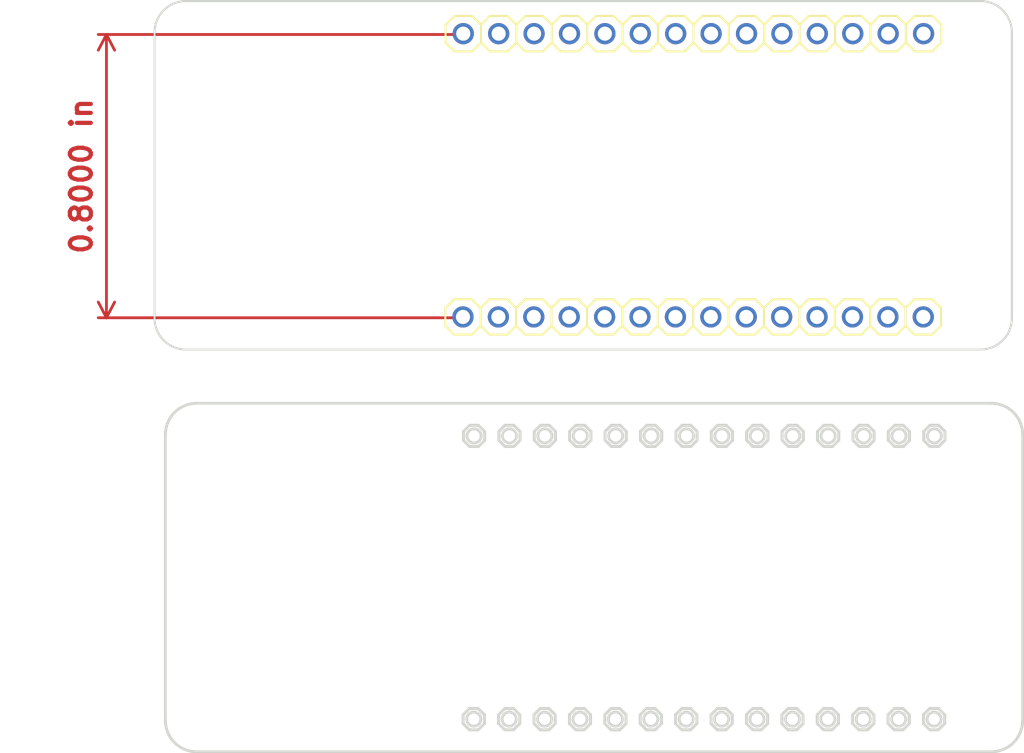
<source format=kicad_pcb>
(kicad_pcb (version 20171130) (host pcbnew 6.0.0-rc1-unknown-90178eb~66~ubuntu18.04.1)

  (general
    (thickness 1.6)
    (drawings 562)
    (tracks 8)
    (zones 0)
    (modules 2)
    (nets 29)
  )

  (page A4)
  (layers
    (0 Top signal)
    (31 Bottom signal)
    (32 B.Adhes user)
    (33 F.Adhes user)
    (34 B.Paste user)
    (35 F.Paste user)
    (36 B.SilkS user)
    (37 F.SilkS user)
    (38 B.Mask user)
    (39 F.Mask user)
    (40 Dwgs.User user)
    (41 Cmts.User user)
    (42 Eco1.User user)
    (43 Eco2.User user)
    (44 Edge.Cuts user)
    (45 Margin user)
    (46 B.CrtYd user)
    (47 F.CrtYd user)
    (48 B.Fab user)
    (49 F.Fab user)
  )

  (setup
    (last_trace_width 0.25)
    (trace_clearance 0.1524)
    (zone_clearance 0.508)
    (zone_45_only no)
    (trace_min 0.2)
    (via_size 0.8)
    (via_drill 0.4)
    (via_min_size 0.4)
    (via_min_drill 0.3)
    (uvia_size 0.3)
    (uvia_drill 0.1)
    (uvias_allowed no)
    (uvia_min_size 0.2)
    (uvia_min_drill 0.1)
    (edge_width 0.05)
    (segment_width 0.2)
    (pcb_text_width 0.3)
    (pcb_text_size 1.5 1.5)
    (mod_edge_width 0.12)
    (mod_text_size 1 1)
    (mod_text_width 0.15)
    (pad_size 1.524 1.524)
    (pad_drill 0.762)
    (pad_to_mask_clearance 0.051)
    (solder_mask_min_width 0.25)
    (aux_axis_origin 0 0)
    (visible_elements FFFFFF7F)
    (pcbplotparams
      (layerselection 0x010fc_ffffffff)
      (usegerberextensions false)
      (usegerberattributes false)
      (usegerberadvancedattributes false)
      (creategerberjobfile false)
      (excludeedgelayer true)
      (linewidth 0.100000)
      (plotframeref false)
      (viasonmask false)
      (mode 1)
      (useauxorigin false)
      (hpglpennumber 1)
      (hpglpenspeed 20)
      (hpglpendiameter 15.000000)
      (psnegative false)
      (psa4output false)
      (plotreference true)
      (plotvalue true)
      (plotinvisibletext false)
      (padsonsilk false)
      (subtractmaskfromsilk false)
      (outputformat 1)
      (mirror false)
      (drillshape 1)
      (scaleselection 1)
      (outputdirectory ""))
  )

  (net 0 "")
  (net 1 GND)
  (net 2 +5V)
  (net 3 VIN)
  (net 4 +3V3)
  (net 5 /RESET#)
  (net 6 /PB22_S5_TX)
  (net 7 /PB23_S5_RX)
  (net 8 /PA09_S0_I2C_SCL)
  (net 9 /PA08_S0_I2C_SDA)
  (net 10 /PA19_S1_MISO)
  (net 11 /PA17_S1_SCK)
  (net 12 /PA16_S1_MOSI)
  (net 13 /PA21_TCC0-W7)
  (net 14 /PA20_TCC0-W6)
  (net 15 /PB11_TCC0-W5)
  (net 16 /PB10_TCC0-W4)
  (net 17 /PA11_TCC0-W3)
  (net 18 /PA10_TCC0-W2)
  (net 19 /PA23_TC4-W1)
  (net 20 /PA22_TC4-W0)
  (net 21 /PA07_AIN7)
  (net 22 /PA06_AIN6)
  (net 23 /PA05_AIN5)
  (net 24 /PA04_AIN4)
  (net 25 /PB03_AIN11)
  (net 26 /PB02_AIN10)
  (net 27 /PA02_AIN0)
  (net 28 /PA03_VREFA)

  (net_class Default "This is the default net class."
    (clearance 0.1524)
    (trace_width 0.25)
    (via_dia 0.8)
    (via_drill 0.4)
    (uvia_dia 0.3)
    (uvia_drill 0.1)
    (add_net +3V3)
    (add_net +5V)
    (add_net /PA02_AIN0)
    (add_net /PA03_VREFA)
    (add_net /PA04_AIN4)
    (add_net /PA05_AIN5)
    (add_net /PA06_AIN6)
    (add_net /PA07_AIN7)
    (add_net /PA08_S0_I2C_SDA)
    (add_net /PA09_S0_I2C_SCL)
    (add_net /PA10_TCC0-W2)
    (add_net /PA11_TCC0-W3)
    (add_net /PA16_S1_MOSI)
    (add_net /PA17_S1_SCK)
    (add_net /PA19_S1_MISO)
    (add_net /PA20_TCC0-W6)
    (add_net /PA21_TCC0-W7)
    (add_net /PA22_TC4-W0)
    (add_net /PA23_TC4-W1)
    (add_net /PB02_AIN10)
    (add_net /PB03_AIN11)
    (add_net /PB10_TCC0-W4)
    (add_net /PB11_TCC0-W5)
    (add_net /PB22_S5_TX)
    (add_net /PB23_S5_RX)
    (add_net /RESET#)
    (add_net GND)
    (add_net VIN)
  )

  (module MKR2UNO:1X14 (layer Top) (tedit 0) (tstamp 5C4CA974)
    (at 153.2309 85.3186 180)
    (descr "<b>PIN HEADER</b>")
    (path /4CD8ADE3670D80A9)
    (fp_text reference J5 (at -17.8562 -1.8288 180) (layer F.SilkS) hide
      (effects (font (size 1.2065 1.2065) (thickness 0.127)) (justify right top))
    )
    (fp_text value DNP (at -17.78 3.175 180) (layer F.Fab) hide
      (effects (font (size 1.2065 1.2065) (thickness 0.1016)) (justify right top))
    )
    (fp_poly (pts (xy 16.256 0.254) (xy 16.764 0.254) (xy 16.764 -0.254) (xy 16.256 -0.254)) (layer F.Fab) (width 0))
    (fp_poly (pts (xy -16.764 0.254) (xy -16.256 0.254) (xy -16.256 -0.254) (xy -16.764 -0.254)) (layer F.Fab) (width 0))
    (fp_poly (pts (xy -14.224 0.254) (xy -13.716 0.254) (xy -13.716 -0.254) (xy -14.224 -0.254)) (layer F.Fab) (width 0))
    (fp_poly (pts (xy -11.684 0.254) (xy -11.176 0.254) (xy -11.176 -0.254) (xy -11.684 -0.254)) (layer F.Fab) (width 0))
    (fp_poly (pts (xy -9.144 0.254) (xy -8.636 0.254) (xy -8.636 -0.254) (xy -9.144 -0.254)) (layer F.Fab) (width 0))
    (fp_poly (pts (xy -6.604 0.254) (xy -6.096 0.254) (xy -6.096 -0.254) (xy -6.604 -0.254)) (layer F.Fab) (width 0))
    (fp_poly (pts (xy -4.064 0.254) (xy -3.556 0.254) (xy -3.556 -0.254) (xy -4.064 -0.254)) (layer F.Fab) (width 0))
    (fp_poly (pts (xy -1.524 0.254) (xy -1.016 0.254) (xy -1.016 -0.254) (xy -1.524 -0.254)) (layer F.Fab) (width 0))
    (fp_poly (pts (xy 1.016 0.254) (xy 1.524 0.254) (xy 1.524 -0.254) (xy 1.016 -0.254)) (layer F.Fab) (width 0))
    (fp_poly (pts (xy 3.556 0.254) (xy 4.064 0.254) (xy 4.064 -0.254) (xy 3.556 -0.254)) (layer F.Fab) (width 0))
    (fp_poly (pts (xy 6.096 0.254) (xy 6.604 0.254) (xy 6.604 -0.254) (xy 6.096 -0.254)) (layer F.Fab) (width 0))
    (fp_poly (pts (xy 8.636 0.254) (xy 9.144 0.254) (xy 9.144 -0.254) (xy 8.636 -0.254)) (layer F.Fab) (width 0))
    (fp_poly (pts (xy 11.176 0.254) (xy 11.684 0.254) (xy 11.684 -0.254) (xy 11.176 -0.254)) (layer F.Fab) (width 0))
    (fp_poly (pts (xy 13.716 0.254) (xy 14.224 0.254) (xy 14.224 -0.254) (xy 13.716 -0.254)) (layer F.Fab) (width 0))
    (fp_line (start 15.875 1.27) (end 15.24 0.635) (layer F.SilkS) (width 0.1524))
    (fp_line (start 17.145 1.27) (end 15.875 1.27) (layer F.SilkS) (width 0.1524))
    (fp_line (start 17.78 0.635) (end 17.145 1.27) (layer F.SilkS) (width 0.1524))
    (fp_line (start 17.78 -0.635) (end 17.78 0.635) (layer F.SilkS) (width 0.1524))
    (fp_line (start 17.145 -1.27) (end 17.78 -0.635) (layer F.SilkS) (width 0.1524))
    (fp_line (start 15.875 -1.27) (end 17.145 -1.27) (layer F.SilkS) (width 0.1524))
    (fp_line (start 15.24 -0.635) (end 15.875 -1.27) (layer F.SilkS) (width 0.1524))
    (fp_line (start -15.875 1.27) (end -17.145 1.27) (layer F.SilkS) (width 0.1524))
    (fp_line (start -17.78 0.635) (end -17.145 1.27) (layer F.SilkS) (width 0.1524))
    (fp_line (start -17.145 -1.27) (end -17.78 -0.635) (layer F.SilkS) (width 0.1524))
    (fp_line (start -17.78 -0.635) (end -17.78 0.635) (layer F.SilkS) (width 0.1524))
    (fp_line (start -14.605 1.27) (end -15.24 0.635) (layer F.SilkS) (width 0.1524))
    (fp_line (start -13.335 1.27) (end -14.605 1.27) (layer F.SilkS) (width 0.1524))
    (fp_line (start -12.7 0.635) (end -13.335 1.27) (layer F.SilkS) (width 0.1524))
    (fp_line (start -12.7 -0.635) (end -12.7 0.635) (layer F.SilkS) (width 0.1524))
    (fp_line (start -13.335 -1.27) (end -12.7 -0.635) (layer F.SilkS) (width 0.1524))
    (fp_line (start -14.605 -1.27) (end -13.335 -1.27) (layer F.SilkS) (width 0.1524))
    (fp_line (start -15.24 -0.635) (end -14.605 -1.27) (layer F.SilkS) (width 0.1524))
    (fp_line (start -15.24 0.635) (end -15.875 1.27) (layer F.SilkS) (width 0.1524))
    (fp_line (start -15.24 -0.635) (end -15.24 0.635) (layer F.SilkS) (width 0.1524))
    (fp_line (start -15.875 -1.27) (end -15.24 -0.635) (layer F.SilkS) (width 0.1524))
    (fp_line (start -17.145 -1.27) (end -15.875 -1.27) (layer F.SilkS) (width 0.1524))
    (fp_line (start -8.255 1.27) (end -9.525 1.27) (layer F.SilkS) (width 0.1524))
    (fp_line (start -10.16 0.635) (end -9.525 1.27) (layer F.SilkS) (width 0.1524))
    (fp_line (start -9.525 -1.27) (end -10.16 -0.635) (layer F.SilkS) (width 0.1524))
    (fp_line (start -12.065 1.27) (end -12.7 0.635) (layer F.SilkS) (width 0.1524))
    (fp_line (start -10.795 1.27) (end -12.065 1.27) (layer F.SilkS) (width 0.1524))
    (fp_line (start -10.16 0.635) (end -10.795 1.27) (layer F.SilkS) (width 0.1524))
    (fp_line (start -10.16 -0.635) (end -10.16 0.635) (layer F.SilkS) (width 0.1524))
    (fp_line (start -10.795 -1.27) (end -10.16 -0.635) (layer F.SilkS) (width 0.1524))
    (fp_line (start -12.065 -1.27) (end -10.795 -1.27) (layer F.SilkS) (width 0.1524))
    (fp_line (start -12.7 -0.635) (end -12.065 -1.27) (layer F.SilkS) (width 0.1524))
    (fp_line (start -6.985 1.27) (end -7.62 0.635) (layer F.SilkS) (width 0.1524))
    (fp_line (start -5.715 1.27) (end -6.985 1.27) (layer F.SilkS) (width 0.1524))
    (fp_line (start -5.08 0.635) (end -5.715 1.27) (layer F.SilkS) (width 0.1524))
    (fp_line (start -5.08 -0.635) (end -5.08 0.635) (layer F.SilkS) (width 0.1524))
    (fp_line (start -5.715 -1.27) (end -5.08 -0.635) (layer F.SilkS) (width 0.1524))
    (fp_line (start -6.985 -1.27) (end -5.715 -1.27) (layer F.SilkS) (width 0.1524))
    (fp_line (start -7.62 -0.635) (end -6.985 -1.27) (layer F.SilkS) (width 0.1524))
    (fp_line (start -7.62 0.635) (end -8.255 1.27) (layer F.SilkS) (width 0.1524))
    (fp_line (start -7.62 -0.635) (end -7.62 0.635) (layer F.SilkS) (width 0.1524))
    (fp_line (start -8.255 -1.27) (end -7.62 -0.635) (layer F.SilkS) (width 0.1524))
    (fp_line (start -9.525 -1.27) (end -8.255 -1.27) (layer F.SilkS) (width 0.1524))
    (fp_line (start -0.635 1.27) (end -1.905 1.27) (layer F.SilkS) (width 0.1524))
    (fp_line (start -2.54 0.635) (end -1.905 1.27) (layer F.SilkS) (width 0.1524))
    (fp_line (start -1.905 -1.27) (end -2.54 -0.635) (layer F.SilkS) (width 0.1524))
    (fp_line (start -4.445 1.27) (end -5.08 0.635) (layer F.SilkS) (width 0.1524))
    (fp_line (start -3.175 1.27) (end -4.445 1.27) (layer F.SilkS) (width 0.1524))
    (fp_line (start -2.54 0.635) (end -3.175 1.27) (layer F.SilkS) (width 0.1524))
    (fp_line (start -2.54 -0.635) (end -2.54 0.635) (layer F.SilkS) (width 0.1524))
    (fp_line (start -3.175 -1.27) (end -2.54 -0.635) (layer F.SilkS) (width 0.1524))
    (fp_line (start -4.445 -1.27) (end -3.175 -1.27) (layer F.SilkS) (width 0.1524))
    (fp_line (start -5.08 -0.635) (end -4.445 -1.27) (layer F.SilkS) (width 0.1524))
    (fp_line (start 0.635 1.27) (end 0 0.635) (layer F.SilkS) (width 0.1524))
    (fp_line (start 1.905 1.27) (end 0.635 1.27) (layer F.SilkS) (width 0.1524))
    (fp_line (start 2.54 0.635) (end 1.905 1.27) (layer F.SilkS) (width 0.1524))
    (fp_line (start 2.54 -0.635) (end 2.54 0.635) (layer F.SilkS) (width 0.1524))
    (fp_line (start 1.905 -1.27) (end 2.54 -0.635) (layer F.SilkS) (width 0.1524))
    (fp_line (start 0.635 -1.27) (end 1.905 -1.27) (layer F.SilkS) (width 0.1524))
    (fp_line (start 0 -0.635) (end 0.635 -1.27) (layer F.SilkS) (width 0.1524))
    (fp_line (start 0 0.635) (end -0.635 1.27) (layer F.SilkS) (width 0.1524))
    (fp_line (start 0 -0.635) (end 0 0.635) (layer F.SilkS) (width 0.1524))
    (fp_line (start -0.635 -1.27) (end 0 -0.635) (layer F.SilkS) (width 0.1524))
    (fp_line (start -1.905 -1.27) (end -0.635 -1.27) (layer F.SilkS) (width 0.1524))
    (fp_line (start 6.985 1.27) (end 5.715 1.27) (layer F.SilkS) (width 0.1524))
    (fp_line (start 5.08 0.635) (end 5.715 1.27) (layer F.SilkS) (width 0.1524))
    (fp_line (start 5.715 -1.27) (end 5.08 -0.635) (layer F.SilkS) (width 0.1524))
    (fp_line (start 3.175 1.27) (end 2.54 0.635) (layer F.SilkS) (width 0.1524))
    (fp_line (start 4.445 1.27) (end 3.175 1.27) (layer F.SilkS) (width 0.1524))
    (fp_line (start 5.08 0.635) (end 4.445 1.27) (layer F.SilkS) (width 0.1524))
    (fp_line (start 5.08 -0.635) (end 5.08 0.635) (layer F.SilkS) (width 0.1524))
    (fp_line (start 4.445 -1.27) (end 5.08 -0.635) (layer F.SilkS) (width 0.1524))
    (fp_line (start 3.175 -1.27) (end 4.445 -1.27) (layer F.SilkS) (width 0.1524))
    (fp_line (start 2.54 -0.635) (end 3.175 -1.27) (layer F.SilkS) (width 0.1524))
    (fp_line (start 8.255 1.27) (end 7.62 0.635) (layer F.SilkS) (width 0.1524))
    (fp_line (start 9.525 1.27) (end 8.255 1.27) (layer F.SilkS) (width 0.1524))
    (fp_line (start 10.16 0.635) (end 9.525 1.27) (layer F.SilkS) (width 0.1524))
    (fp_line (start 10.16 -0.635) (end 10.16 0.635) (layer F.SilkS) (width 0.1524))
    (fp_line (start 9.525 -1.27) (end 10.16 -0.635) (layer F.SilkS) (width 0.1524))
    (fp_line (start 8.255 -1.27) (end 9.525 -1.27) (layer F.SilkS) (width 0.1524))
    (fp_line (start 7.62 -0.635) (end 8.255 -1.27) (layer F.SilkS) (width 0.1524))
    (fp_line (start 7.62 0.635) (end 6.985 1.27) (layer F.SilkS) (width 0.1524))
    (fp_line (start 7.62 -0.635) (end 7.62 0.635) (layer F.SilkS) (width 0.1524))
    (fp_line (start 6.985 -1.27) (end 7.62 -0.635) (layer F.SilkS) (width 0.1524))
    (fp_line (start 5.715 -1.27) (end 6.985 -1.27) (layer F.SilkS) (width 0.1524))
    (fp_line (start 14.605 1.27) (end 13.335 1.27) (layer F.SilkS) (width 0.1524))
    (fp_line (start 12.7 0.635) (end 13.335 1.27) (layer F.SilkS) (width 0.1524))
    (fp_line (start 13.335 -1.27) (end 12.7 -0.635) (layer F.SilkS) (width 0.1524))
    (fp_line (start 10.795 1.27) (end 10.16 0.635) (layer F.SilkS) (width 0.1524))
    (fp_line (start 12.065 1.27) (end 10.795 1.27) (layer F.SilkS) (width 0.1524))
    (fp_line (start 12.7 0.635) (end 12.065 1.27) (layer F.SilkS) (width 0.1524))
    (fp_line (start 12.7 -0.635) (end 12.7 0.635) (layer F.SilkS) (width 0.1524))
    (fp_line (start 12.065 -1.27) (end 12.7 -0.635) (layer F.SilkS) (width 0.1524))
    (fp_line (start 10.795 -1.27) (end 12.065 -1.27) (layer F.SilkS) (width 0.1524))
    (fp_line (start 10.16 -0.635) (end 10.795 -1.27) (layer F.SilkS) (width 0.1524))
    (fp_line (start 15.24 0.635) (end 14.605 1.27) (layer F.SilkS) (width 0.1524))
    (fp_line (start 15.24 -0.635) (end 15.24 0.635) (layer F.SilkS) (width 0.1524))
    (fp_line (start 14.605 -1.27) (end 15.24 -0.635) (layer F.SilkS) (width 0.1524))
    (fp_line (start 13.335 -1.27) (end 14.605 -1.27) (layer F.SilkS) (width 0.1524))
    (pad 14 thru_hole circle (at 16.51 0 270) (size 1.524 1.524) (drill 1.016) (layers *.Cu *.Mask)
      (net 2 +5V) (solder_mask_margin 0.0508))
    (pad 13 thru_hole circle (at 13.97 0 270) (size 1.524 1.524) (drill 1.016) (layers *.Cu *.Mask)
      (net 3 VIN) (solder_mask_margin 0.0508))
    (pad 12 thru_hole circle (at 11.43 0 270) (size 1.524 1.524) (drill 1.016) (layers *.Cu *.Mask)
      (net 4 +3V3) (solder_mask_margin 0.0508))
    (pad 11 thru_hole circle (at 8.89 0 270) (size 1.524 1.524) (drill 1.016) (layers *.Cu *.Mask)
      (net 1 GND) (solder_mask_margin 0.0508))
    (pad 10 thru_hole circle (at 6.35 0 270) (size 1.524 1.524) (drill 1.016) (layers *.Cu *.Mask)
      (net 5 /RESET#) (solder_mask_margin 0.0508))
    (pad 9 thru_hole circle (at 3.81 0 270) (size 1.524 1.524) (drill 1.016) (layers *.Cu *.Mask)
      (net 6 /PB22_S5_TX) (solder_mask_margin 0.0508))
    (pad 8 thru_hole circle (at 1.27 0 270) (size 1.524 1.524) (drill 1.016) (layers *.Cu *.Mask)
      (net 7 /PB23_S5_RX) (solder_mask_margin 0.0508))
    (pad 7 thru_hole circle (at -1.27 0 270) (size 1.524 1.524) (drill 1.016) (layers *.Cu *.Mask)
      (net 8 /PA09_S0_I2C_SCL) (solder_mask_margin 0.0508))
    (pad 6 thru_hole circle (at -3.81 0 270) (size 1.524 1.524) (drill 1.016) (layers *.Cu *.Mask)
      (net 9 /PA08_S0_I2C_SDA) (solder_mask_margin 0.0508))
    (pad 5 thru_hole circle (at -6.35 0 270) (size 1.524 1.524) (drill 1.016) (layers *.Cu *.Mask)
      (net 10 /PA19_S1_MISO) (solder_mask_margin 0.0508))
    (pad 4 thru_hole circle (at -8.89 0 270) (size 1.524 1.524) (drill 1.016) (layers *.Cu *.Mask)
      (net 11 /PA17_S1_SCK) (solder_mask_margin 0.0508))
    (pad 3 thru_hole circle (at -11.43 0 270) (size 1.524 1.524) (drill 1.016) (layers *.Cu *.Mask)
      (net 12 /PA16_S1_MOSI) (solder_mask_margin 0.0508))
    (pad 2 thru_hole circle (at -13.97 0 270) (size 1.524 1.524) (drill 1.016) (layers *.Cu *.Mask)
      (net 13 /PA21_TCC0-W7) (solder_mask_margin 0.0508))
    (pad 1 thru_hole circle (at -16.51 0 270) (size 1.524 1.524) (drill 1.016) (layers *.Cu *.Mask)
      (net 14 /PA20_TCC0-W6) (solder_mask_margin 0.0508))
  )

  (module MKR2UNO:1X14 (layer Top) (tedit 0) (tstamp 5C4CA9F6)
    (at 153.2109 105.6386)
    (descr "<b>PIN HEADER</b>")
    (path /76D5A21E47C0003B)
    (fp_text reference J4 (at -17.8562 -1.8288) (layer F.SilkS) hide
      (effects (font (size 1.2065 1.2065) (thickness 0.127)) (justify left bottom))
    )
    (fp_text value DNP (at -17.78 3.175) (layer F.Fab) hide
      (effects (font (size 1.2065 1.2065) (thickness 0.1016)) (justify left bottom))
    )
    (fp_poly (pts (xy 16.256 0.254) (xy 16.764 0.254) (xy 16.764 -0.254) (xy 16.256 -0.254)) (layer F.Fab) (width 0))
    (fp_poly (pts (xy -16.764 0.254) (xy -16.256 0.254) (xy -16.256 -0.254) (xy -16.764 -0.254)) (layer F.Fab) (width 0))
    (fp_poly (pts (xy -14.224 0.254) (xy -13.716 0.254) (xy -13.716 -0.254) (xy -14.224 -0.254)) (layer F.Fab) (width 0))
    (fp_poly (pts (xy -11.684 0.254) (xy -11.176 0.254) (xy -11.176 -0.254) (xy -11.684 -0.254)) (layer F.Fab) (width 0))
    (fp_poly (pts (xy -9.144 0.254) (xy -8.636 0.254) (xy -8.636 -0.254) (xy -9.144 -0.254)) (layer F.Fab) (width 0))
    (fp_poly (pts (xy -6.604 0.254) (xy -6.096 0.254) (xy -6.096 -0.254) (xy -6.604 -0.254)) (layer F.Fab) (width 0))
    (fp_poly (pts (xy -4.064 0.254) (xy -3.556 0.254) (xy -3.556 -0.254) (xy -4.064 -0.254)) (layer F.Fab) (width 0))
    (fp_poly (pts (xy -1.524 0.254) (xy -1.016 0.254) (xy -1.016 -0.254) (xy -1.524 -0.254)) (layer F.Fab) (width 0))
    (fp_poly (pts (xy 1.016 0.254) (xy 1.524 0.254) (xy 1.524 -0.254) (xy 1.016 -0.254)) (layer F.Fab) (width 0))
    (fp_poly (pts (xy 3.556 0.254) (xy 4.064 0.254) (xy 4.064 -0.254) (xy 3.556 -0.254)) (layer F.Fab) (width 0))
    (fp_poly (pts (xy 6.096 0.254) (xy 6.604 0.254) (xy 6.604 -0.254) (xy 6.096 -0.254)) (layer F.Fab) (width 0))
    (fp_poly (pts (xy 8.636 0.254) (xy 9.144 0.254) (xy 9.144 -0.254) (xy 8.636 -0.254)) (layer F.Fab) (width 0))
    (fp_poly (pts (xy 11.176 0.254) (xy 11.684 0.254) (xy 11.684 -0.254) (xy 11.176 -0.254)) (layer F.Fab) (width 0))
    (fp_poly (pts (xy 13.716 0.254) (xy 14.224 0.254) (xy 14.224 -0.254) (xy 13.716 -0.254)) (layer F.Fab) (width 0))
    (fp_line (start 15.875 1.27) (end 15.24 0.635) (layer F.SilkS) (width 0.1524))
    (fp_line (start 17.145 1.27) (end 15.875 1.27) (layer F.SilkS) (width 0.1524))
    (fp_line (start 17.78 0.635) (end 17.145 1.27) (layer F.SilkS) (width 0.1524))
    (fp_line (start 17.78 -0.635) (end 17.78 0.635) (layer F.SilkS) (width 0.1524))
    (fp_line (start 17.145 -1.27) (end 17.78 -0.635) (layer F.SilkS) (width 0.1524))
    (fp_line (start 15.875 -1.27) (end 17.145 -1.27) (layer F.SilkS) (width 0.1524))
    (fp_line (start 15.24 -0.635) (end 15.875 -1.27) (layer F.SilkS) (width 0.1524))
    (fp_line (start -15.875 1.27) (end -17.145 1.27) (layer F.SilkS) (width 0.1524))
    (fp_line (start -17.78 0.635) (end -17.145 1.27) (layer F.SilkS) (width 0.1524))
    (fp_line (start -17.145 -1.27) (end -17.78 -0.635) (layer F.SilkS) (width 0.1524))
    (fp_line (start -17.78 -0.635) (end -17.78 0.635) (layer F.SilkS) (width 0.1524))
    (fp_line (start -14.605 1.27) (end -15.24 0.635) (layer F.SilkS) (width 0.1524))
    (fp_line (start -13.335 1.27) (end -14.605 1.27) (layer F.SilkS) (width 0.1524))
    (fp_line (start -12.7 0.635) (end -13.335 1.27) (layer F.SilkS) (width 0.1524))
    (fp_line (start -12.7 -0.635) (end -12.7 0.635) (layer F.SilkS) (width 0.1524))
    (fp_line (start -13.335 -1.27) (end -12.7 -0.635) (layer F.SilkS) (width 0.1524))
    (fp_line (start -14.605 -1.27) (end -13.335 -1.27) (layer F.SilkS) (width 0.1524))
    (fp_line (start -15.24 -0.635) (end -14.605 -1.27) (layer F.SilkS) (width 0.1524))
    (fp_line (start -15.24 0.635) (end -15.875 1.27) (layer F.SilkS) (width 0.1524))
    (fp_line (start -15.24 -0.635) (end -15.24 0.635) (layer F.SilkS) (width 0.1524))
    (fp_line (start -15.875 -1.27) (end -15.24 -0.635) (layer F.SilkS) (width 0.1524))
    (fp_line (start -17.145 -1.27) (end -15.875 -1.27) (layer F.SilkS) (width 0.1524))
    (fp_line (start -8.255 1.27) (end -9.525 1.27) (layer F.SilkS) (width 0.1524))
    (fp_line (start -10.16 0.635) (end -9.525 1.27) (layer F.SilkS) (width 0.1524))
    (fp_line (start -9.525 -1.27) (end -10.16 -0.635) (layer F.SilkS) (width 0.1524))
    (fp_line (start -12.065 1.27) (end -12.7 0.635) (layer F.SilkS) (width 0.1524))
    (fp_line (start -10.795 1.27) (end -12.065 1.27) (layer F.SilkS) (width 0.1524))
    (fp_line (start -10.16 0.635) (end -10.795 1.27) (layer F.SilkS) (width 0.1524))
    (fp_line (start -10.16 -0.635) (end -10.16 0.635) (layer F.SilkS) (width 0.1524))
    (fp_line (start -10.795 -1.27) (end -10.16 -0.635) (layer F.SilkS) (width 0.1524))
    (fp_line (start -12.065 -1.27) (end -10.795 -1.27) (layer F.SilkS) (width 0.1524))
    (fp_line (start -12.7 -0.635) (end -12.065 -1.27) (layer F.SilkS) (width 0.1524))
    (fp_line (start -6.985 1.27) (end -7.62 0.635) (layer F.SilkS) (width 0.1524))
    (fp_line (start -5.715 1.27) (end -6.985 1.27) (layer F.SilkS) (width 0.1524))
    (fp_line (start -5.08 0.635) (end -5.715 1.27) (layer F.SilkS) (width 0.1524))
    (fp_line (start -5.08 -0.635) (end -5.08 0.635) (layer F.SilkS) (width 0.1524))
    (fp_line (start -5.715 -1.27) (end -5.08 -0.635) (layer F.SilkS) (width 0.1524))
    (fp_line (start -6.985 -1.27) (end -5.715 -1.27) (layer F.SilkS) (width 0.1524))
    (fp_line (start -7.62 -0.635) (end -6.985 -1.27) (layer F.SilkS) (width 0.1524))
    (fp_line (start -7.62 0.635) (end -8.255 1.27) (layer F.SilkS) (width 0.1524))
    (fp_line (start -7.62 -0.635) (end -7.62 0.635) (layer F.SilkS) (width 0.1524))
    (fp_line (start -8.255 -1.27) (end -7.62 -0.635) (layer F.SilkS) (width 0.1524))
    (fp_line (start -9.525 -1.27) (end -8.255 -1.27) (layer F.SilkS) (width 0.1524))
    (fp_line (start -0.635 1.27) (end -1.905 1.27) (layer F.SilkS) (width 0.1524))
    (fp_line (start -2.54 0.635) (end -1.905 1.27) (layer F.SilkS) (width 0.1524))
    (fp_line (start -1.905 -1.27) (end -2.54 -0.635) (layer F.SilkS) (width 0.1524))
    (fp_line (start -4.445 1.27) (end -5.08 0.635) (layer F.SilkS) (width 0.1524))
    (fp_line (start -3.175 1.27) (end -4.445 1.27) (layer F.SilkS) (width 0.1524))
    (fp_line (start -2.54 0.635) (end -3.175 1.27) (layer F.SilkS) (width 0.1524))
    (fp_line (start -2.54 -0.635) (end -2.54 0.635) (layer F.SilkS) (width 0.1524))
    (fp_line (start -3.175 -1.27) (end -2.54 -0.635) (layer F.SilkS) (width 0.1524))
    (fp_line (start -4.445 -1.27) (end -3.175 -1.27) (layer F.SilkS) (width 0.1524))
    (fp_line (start -5.08 -0.635) (end -4.445 -1.27) (layer F.SilkS) (width 0.1524))
    (fp_line (start 0.635 1.27) (end 0 0.635) (layer F.SilkS) (width 0.1524))
    (fp_line (start 1.905 1.27) (end 0.635 1.27) (layer F.SilkS) (width 0.1524))
    (fp_line (start 2.54 0.635) (end 1.905 1.27) (layer F.SilkS) (width 0.1524))
    (fp_line (start 2.54 -0.635) (end 2.54 0.635) (layer F.SilkS) (width 0.1524))
    (fp_line (start 1.905 -1.27) (end 2.54 -0.635) (layer F.SilkS) (width 0.1524))
    (fp_line (start 0.635 -1.27) (end 1.905 -1.27) (layer F.SilkS) (width 0.1524))
    (fp_line (start 0 -0.635) (end 0.635 -1.27) (layer F.SilkS) (width 0.1524))
    (fp_line (start 0 0.635) (end -0.635 1.27) (layer F.SilkS) (width 0.1524))
    (fp_line (start 0 -0.635) (end 0 0.635) (layer F.SilkS) (width 0.1524))
    (fp_line (start -0.635 -1.27) (end 0 -0.635) (layer F.SilkS) (width 0.1524))
    (fp_line (start -1.905 -1.27) (end -0.635 -1.27) (layer F.SilkS) (width 0.1524))
    (fp_line (start 6.985 1.27) (end 5.715 1.27) (layer F.SilkS) (width 0.1524))
    (fp_line (start 5.08 0.635) (end 5.715 1.27) (layer F.SilkS) (width 0.1524))
    (fp_line (start 5.715 -1.27) (end 5.08 -0.635) (layer F.SilkS) (width 0.1524))
    (fp_line (start 3.175 1.27) (end 2.54 0.635) (layer F.SilkS) (width 0.1524))
    (fp_line (start 4.445 1.27) (end 3.175 1.27) (layer F.SilkS) (width 0.1524))
    (fp_line (start 5.08 0.635) (end 4.445 1.27) (layer F.SilkS) (width 0.1524))
    (fp_line (start 5.08 -0.635) (end 5.08 0.635) (layer F.SilkS) (width 0.1524))
    (fp_line (start 4.445 -1.27) (end 5.08 -0.635) (layer F.SilkS) (width 0.1524))
    (fp_line (start 3.175 -1.27) (end 4.445 -1.27) (layer F.SilkS) (width 0.1524))
    (fp_line (start 2.54 -0.635) (end 3.175 -1.27) (layer F.SilkS) (width 0.1524))
    (fp_line (start 8.255 1.27) (end 7.62 0.635) (layer F.SilkS) (width 0.1524))
    (fp_line (start 9.525 1.27) (end 8.255 1.27) (layer F.SilkS) (width 0.1524))
    (fp_line (start 10.16 0.635) (end 9.525 1.27) (layer F.SilkS) (width 0.1524))
    (fp_line (start 10.16 -0.635) (end 10.16 0.635) (layer F.SilkS) (width 0.1524))
    (fp_line (start 9.525 -1.27) (end 10.16 -0.635) (layer F.SilkS) (width 0.1524))
    (fp_line (start 8.255 -1.27) (end 9.525 -1.27) (layer F.SilkS) (width 0.1524))
    (fp_line (start 7.62 -0.635) (end 8.255 -1.27) (layer F.SilkS) (width 0.1524))
    (fp_line (start 7.62 0.635) (end 6.985 1.27) (layer F.SilkS) (width 0.1524))
    (fp_line (start 7.62 -0.635) (end 7.62 0.635) (layer F.SilkS) (width 0.1524))
    (fp_line (start 6.985 -1.27) (end 7.62 -0.635) (layer F.SilkS) (width 0.1524))
    (fp_line (start 5.715 -1.27) (end 6.985 -1.27) (layer F.SilkS) (width 0.1524))
    (fp_line (start 14.605 1.27) (end 13.335 1.27) (layer F.SilkS) (width 0.1524))
    (fp_line (start 12.7 0.635) (end 13.335 1.27) (layer F.SilkS) (width 0.1524))
    (fp_line (start 13.335 -1.27) (end 12.7 -0.635) (layer F.SilkS) (width 0.1524))
    (fp_line (start 10.795 1.27) (end 10.16 0.635) (layer F.SilkS) (width 0.1524))
    (fp_line (start 12.065 1.27) (end 10.795 1.27) (layer F.SilkS) (width 0.1524))
    (fp_line (start 12.7 0.635) (end 12.065 1.27) (layer F.SilkS) (width 0.1524))
    (fp_line (start 12.7 -0.635) (end 12.7 0.635) (layer F.SilkS) (width 0.1524))
    (fp_line (start 12.065 -1.27) (end 12.7 -0.635) (layer F.SilkS) (width 0.1524))
    (fp_line (start 10.795 -1.27) (end 12.065 -1.27) (layer F.SilkS) (width 0.1524))
    (fp_line (start 10.16 -0.635) (end 10.795 -1.27) (layer F.SilkS) (width 0.1524))
    (fp_line (start 15.24 0.635) (end 14.605 1.27) (layer F.SilkS) (width 0.1524))
    (fp_line (start 15.24 -0.635) (end 15.24 0.635) (layer F.SilkS) (width 0.1524))
    (fp_line (start 14.605 -1.27) (end 15.24 -0.635) (layer F.SilkS) (width 0.1524))
    (fp_line (start 13.335 -1.27) (end 14.605 -1.27) (layer F.SilkS) (width 0.1524))
    (pad 14 thru_hole circle (at 16.51 0 90) (size 1.524 1.524) (drill 1.016) (layers *.Cu *.Mask)
      (net 15 /PB11_TCC0-W5) (solder_mask_margin 0.0508))
    (pad 13 thru_hole circle (at 13.97 0 90) (size 1.524 1.524) (drill 1.016) (layers *.Cu *.Mask)
      (net 16 /PB10_TCC0-W4) (solder_mask_margin 0.0508))
    (pad 12 thru_hole circle (at 11.43 0 90) (size 1.524 1.524) (drill 1.016) (layers *.Cu *.Mask)
      (net 17 /PA11_TCC0-W3) (solder_mask_margin 0.0508))
    (pad 11 thru_hole circle (at 8.89 0 90) (size 1.524 1.524) (drill 1.016) (layers *.Cu *.Mask)
      (net 18 /PA10_TCC0-W2) (solder_mask_margin 0.0508))
    (pad 10 thru_hole circle (at 6.35 0 90) (size 1.524 1.524) (drill 1.016) (layers *.Cu *.Mask)
      (net 19 /PA23_TC4-W1) (solder_mask_margin 0.0508))
    (pad 9 thru_hole circle (at 3.81 0 90) (size 1.524 1.524) (drill 1.016) (layers *.Cu *.Mask)
      (net 20 /PA22_TC4-W0) (solder_mask_margin 0.0508))
    (pad 8 thru_hole circle (at 1.27 0 90) (size 1.524 1.524) (drill 1.016) (layers *.Cu *.Mask)
      (net 21 /PA07_AIN7) (solder_mask_margin 0.0508))
    (pad 7 thru_hole circle (at -1.27 0 90) (size 1.524 1.524) (drill 1.016) (layers *.Cu *.Mask)
      (net 22 /PA06_AIN6) (solder_mask_margin 0.0508))
    (pad 6 thru_hole circle (at -3.81 0 90) (size 1.524 1.524) (drill 1.016) (layers *.Cu *.Mask)
      (net 23 /PA05_AIN5) (solder_mask_margin 0.0508))
    (pad 5 thru_hole circle (at -6.35 0 90) (size 1.524 1.524) (drill 1.016) (layers *.Cu *.Mask)
      (net 24 /PA04_AIN4) (solder_mask_margin 0.0508))
    (pad 4 thru_hole circle (at -8.89 0 90) (size 1.524 1.524) (drill 1.016) (layers *.Cu *.Mask)
      (net 25 /PB03_AIN11) (solder_mask_margin 0.0508))
    (pad 3 thru_hole circle (at -11.43 0 90) (size 1.524 1.524) (drill 1.016) (layers *.Cu *.Mask)
      (net 26 /PB02_AIN10) (solder_mask_margin 0.0508))
    (pad 2 thru_hole circle (at -13.97 0 90) (size 1.524 1.524) (drill 1.016) (layers *.Cu *.Mask)
      (net 27 /PA02_AIN0) (solder_mask_margin 0.0508))
    (pad 1 thru_hole circle (at -16.51 0 90) (size 1.524 1.524) (drill 1.016) (layers *.Cu *.Mask)
      (net 28 /PA03_VREFA) (solder_mask_margin 0.0508))
  )

  (gr_line (start 163.657629 113.857372) (end 163.211257 113.411) (layer Edge.Cuts) (width 0.2))
  (gr_line (start 163.657629 114.488629) (end 163.657629 113.857372) (layer Edge.Cuts) (width 0.2))
  (gr_line (start 158.131257 114.935) (end 158.577629 114.488629) (layer Edge.Cuts) (width 0.2))
  (gr_line (start 157.5 114.935) (end 158.131257 114.935) (layer Edge.Cuts) (width 0.2))
  (gr_line (start 156.017629 134.177372) (end 155.571257 133.731) (layer Edge.Cuts) (width 0.2))
  (gr_line (start 156.017629 134.808629) (end 156.017629 134.177372) (layer Edge.Cuts) (width 0.2))
  (gr_line (start 138.237629 134.177372) (end 137.791257 133.731) (layer Edge.Cuts) (width 0.2))
  (gr_line (start 138.237629 134.808629) (end 138.237629 134.177372) (layer Edge.Cuts) (width 0.2))
  (gr_line (start 161.097629 134.177372) (end 160.651257 133.731) (layer Edge.Cuts) (width 0.2))
  (gr_line (start 161.097629 134.808629) (end 161.097629 134.177372) (layer Edge.Cuts) (width 0.2))
  (gr_line (start 170.811257 135.255) (end 171.257629 134.808629) (layer Edge.Cuts) (width 0.2))
  (gr_line (start 170.18 135.255) (end 170.811257 135.255) (layer Edge.Cuts) (width 0.2))
  (gr_line (start 169.733629 134.808629) (end 170.18 135.255) (layer Edge.Cuts) (width 0.2))
  (gr_line (start 169.733629 134.177372) (end 169.733629 134.808629) (layer Edge.Cuts) (width 0.2))
  (gr_line (start 154.96 113.411) (end 154.513629 113.857372) (layer Edge.Cuts) (width 0.2))
  (gr_line (start 155.591257 113.411) (end 154.96 113.411) (layer Edge.Cuts) (width 0.2))
  (gr_line (start 144.8 113.411) (end 144.353629 113.857372) (layer Edge.Cuts) (width 0.2))
  (gr_line (start 145.431257 113.411) (end 144.8 113.411) (layer Edge.Cuts) (width 0.2))
  (gr_line (start 137.811257 114.935) (end 138.257629 114.488629) (layer Edge.Cuts) (width 0.2))
  (gr_line (start 137.18 114.935) (end 137.811257 114.935) (layer Edge.Cuts) (width 0.2))
  (gr_line (start 155.591257 114.935) (end 156.037629 114.488629) (layer Edge.Cuts) (width 0.2))
  (gr_line (start 154.96 114.935) (end 155.591257 114.935) (layer Edge.Cuts) (width 0.2))
  (gr_line (start 164.673629 114.488629) (end 165.12 114.935) (layer Edge.Cuts) (width 0.2))
  (gr_line (start 164.673629 113.857372) (end 164.673629 114.488629) (layer Edge.Cuts) (width 0.2))
  (gr_line (start 158.557629 134.177372) (end 158.111257 133.731) (layer Edge.Cuts) (width 0.2))
  (gr_line (start 158.557629 134.808629) (end 158.557629 134.177372) (layer Edge.Cuts) (width 0.2))
  (gr_line (start 176.443919 112.792454) (end 176.324429 112.636729) (layer Edge.Cuts) (width 0.2))
  (gr_line (start 154.94 133.731) (end 154.493629 134.177372) (layer Edge.Cuts) (width 0.2))
  (gr_line (start 155.571257 133.731) (end 154.94 133.731) (layer Edge.Cuts) (width 0.2))
  (gr_line (start 175.725829 136.531557) (end 175.891375 136.426091) (layer Edge.Cuts) (width 0.2))
  (gr_line (start 176.774163 135.165344) (end 176.816647 134.97371) (layer Edge.Cuts) (width 0.2))
  (gr_line (start 175.551719 136.622194) (end 175.725829 136.531557) (layer Edge.Cuts) (width 0.2))
  (gr_line (start 116.649939 112.043807) (end 116.475829 112.134444) (layer Edge.Cuts) (width 0.2))
  (gr_line (start 116.831283 111.968691) (end 116.649939 112.043807) (layer Edge.Cuts) (width 0.2))
  (gr_line (start 176.324429 112.636729) (end 176.191819 112.49201) (layer Edge.Cuts) (width 0.2))
  (gr_line (start 175.183172 136.756335) (end 175.370375 136.69731) (layer Edge.Cuts) (width 0.2))
  (gr_circle (center 137.495629 114.173) (end 138.003629 114.173) (layer Edge.Cuts) (width 0.2))
  (gr_circle (center 170.515629 114.173) (end 171.023629 114.173) (layer Edge.Cuts) (width 0.2))
  (gr_line (start 150.491257 135.255) (end 150.937629 134.808629) (layer Edge.Cuts) (width 0.2))
  (gr_line (start 149.86 135.255) (end 150.491257 135.255) (layer Edge.Cuts) (width 0.2))
  (gr_line (start 145.857629 134.177372) (end 145.411257 133.731) (layer Edge.Cuts) (width 0.2))
  (gr_line (start 145.857629 134.808629) (end 145.857629 134.177372) (layer Edge.Cuts) (width 0.2))
  (gr_line (start 116.310283 112.23991) (end 116.154558 112.3594) (layer Edge.Cuts) (width 0.2))
  (gr_line (start 116.475829 112.134444) (end 116.310283 112.23991) (layer Edge.Cuts) (width 0.2))
  (gr_line (start 152.4 133.731) (end 151.953629 134.177372) (layer Edge.Cuts) (width 0.2))
  (gr_line (start 153.031257 133.731) (end 152.4 133.731) (layer Edge.Cuts) (width 0.2))
  (gr_line (start 176.816647 134.97371) (end 176.842266 134.7791) (layer Edge.Cuts) (width 0.2))
  (gr_line (start 161.117629 113.857372) (end 160.671257 113.411) (layer Edge.Cuts) (width 0.2))
  (gr_line (start 161.117629 114.488629) (end 161.117629 113.857372) (layer Edge.Cuts) (width 0.2))
  (gr_line (start 150.511257 114.935) (end 150.957629 114.488629) (layer Edge.Cuts) (width 0.2))
  (gr_line (start 149.88 114.935) (end 150.511257 114.935) (layer Edge.Cuts) (width 0.2))
  (gr_line (start 140.777629 134.177372) (end 140.331257 133.731) (layer Edge.Cuts) (width 0.2))
  (gr_line (start 140.777629 134.808629) (end 140.777629 134.177372) (layer Edge.Cuts) (width 0.2))
  (gr_line (start 150.937629 134.177372) (end 150.491257 133.731) (layer Edge.Cuts) (width 0.2))
  (gr_line (start 150.937629 134.808629) (end 150.937629 134.177372) (layer Edge.Cuts) (width 0.2))
  (gr_line (start 142.891257 114.935) (end 143.337629 114.488629) (layer Edge.Cuts) (width 0.2))
  (gr_line (start 142.26 114.935) (end 142.891257 114.935) (layer Edge.Cuts) (width 0.2))
  (gr_line (start 170.831257 114.935) (end 171.277629 114.488629) (layer Edge.Cuts) (width 0.2))
  (gr_line (start 170.2 114.935) (end 170.831257 114.935) (layer Edge.Cuts) (width 0.2))
  (gr_line (start 115.427495 135.165344) (end 115.48652 135.352547) (layer Edge.Cuts) (width 0.2))
  (gr_line (start 162.133629 114.488629) (end 162.58 114.935) (layer Edge.Cuts) (width 0.2))
  (gr_line (start 162.133629 113.857372) (end 162.133629 114.488629) (layer Edge.Cuts) (width 0.2))
  (gr_line (start 143.317629 134.177372) (end 142.871257 133.731) (layer Edge.Cuts) (width 0.2))
  (gr_line (start 143.317629 134.808629) (end 143.317629 134.177372) (layer Edge.Cuts) (width 0.2))
  (gr_line (start 142.26 113.411) (end 141.813629 113.857372) (layer Edge.Cuts) (width 0.2))
  (gr_line (start 142.891257 113.411) (end 142.26 113.411) (layer Edge.Cuts) (width 0.2))
  (gr_line (start 156.037629 113.857372) (end 155.591257 113.411) (layer Edge.Cuts) (width 0.2))
  (gr_line (start 156.037629 114.488629) (end 156.037629 113.857372) (layer Edge.Cuts) (width 0.2))
  (gr_line (start 153.031257 135.255) (end 153.477629 134.808629) (layer Edge.Cuts) (width 0.2))
  (gr_line (start 152.4 135.255) (end 153.031257 135.255) (layer Edge.Cuts) (width 0.2))
  (gr_line (start 149.433629 114.488629) (end 149.88 114.935) (layer Edge.Cuts) (width 0.2))
  (gr_line (start 149.433629 113.857372) (end 149.433629 114.488629) (layer Edge.Cuts) (width 0.2))
  (gr_line (start 117.018486 111.909666) (end 116.831283 111.968691) (layer Edge.Cuts) (width 0.2))
  (gr_line (start 117.21012 111.867182) (end 117.018486 111.909666) (layer Edge.Cuts) (width 0.2))
  (gr_line (start 155.571257 135.255) (end 156.017629 134.808629) (layer Edge.Cuts) (width 0.2))
  (gr_line (start 154.94 135.255) (end 155.571257 135.255) (layer Edge.Cuts) (width 0.2))
  (gr_line (start 163.191257 135.255) (end 163.637629 134.808629) (layer Edge.Cuts) (width 0.2))
  (gr_line (start 162.56 135.255) (end 163.191257 135.255) (layer Edge.Cuts) (width 0.2))
  (gr_line (start 141.793629 134.808629) (end 142.24 135.255) (layer Edge.Cuts) (width 0.2))
  (gr_line (start 141.793629 134.177372) (end 141.793629 134.808629) (layer Edge.Cuts) (width 0.2))
  (gr_line (start 170.2 113.411) (end 169.753629 113.857372) (layer Edge.Cuts) (width 0.2))
  (gr_line (start 170.831257 113.411) (end 170.2 113.411) (layer Edge.Cuts) (width 0.2))
  (gr_line (start 163.657629 113.857372) (end 163.211257 113.411) (layer Edge.Cuts) (width 0.2))
  (gr_line (start 163.657629 114.488629) (end 163.657629 113.857372) (layer Edge.Cuts) (width 0.2))
  (gr_line (start 169.753629 114.488629) (end 170.2 114.935) (layer Edge.Cuts) (width 0.2))
  (gr_line (start 169.753629 113.857372) (end 169.753629 114.488629) (layer Edge.Cuts) (width 0.2))
  (gr_line (start 165.751257 114.935) (end 166.197629 114.488629) (layer Edge.Cuts) (width 0.2))
  (gr_line (start 165.12 114.935) (end 165.751257 114.935) (layer Edge.Cuts) (width 0.2))
  (gr_line (start 167.64 133.731) (end 167.193629 134.177372) (layer Edge.Cuts) (width 0.2))
  (gr_line (start 168.271257 133.731) (end 167.64 133.731) (layer Edge.Cuts) (width 0.2))
  (gr_line (start 141.813629 114.488629) (end 142.26 114.935) (layer Edge.Cuts) (width 0.2))
  (gr_line (start 141.813629 113.857372) (end 141.813629 114.488629) (layer Edge.Cuts) (width 0.2))
  (gr_line (start 167.193629 134.808629) (end 167.64 135.255) (layer Edge.Cuts) (width 0.2))
  (gr_line (start 167.193629 134.177372) (end 167.193629 134.808629) (layer Edge.Cuts) (width 0.2))
  (gr_line (start 165.731257 135.255) (end 166.177629 134.808629) (layer Edge.Cuts) (width 0.2))
  (gr_line (start 165.1 135.255) (end 165.731257 135.255) (layer Edge.Cuts) (width 0.2))
  (gr_line (start 144.353629 114.488629) (end 144.8 114.935) (layer Edge.Cuts) (width 0.2))
  (gr_line (start 144.353629 113.857372) (end 144.353629 114.488629) (layer Edge.Cuts) (width 0.2))
  (gr_line (start 152.42 113.411) (end 151.973629 113.857372) (layer Edge.Cuts) (width 0.2))
  (gr_line (start 153.051257 113.411) (end 152.42 113.411) (layer Edge.Cuts) (width 0.2))
  (gr_line (start 165.751257 114.935) (end 166.197629 114.488629) (layer Edge.Cuts) (width 0.2))
  (gr_line (start 165.12 114.935) (end 165.751257 114.935) (layer Edge.Cuts) (width 0.2))
  (gr_line (start 150.511257 114.935) (end 150.957629 114.488629) (layer Edge.Cuts) (width 0.2))
  (gr_line (start 149.88 114.935) (end 150.511257 114.935) (layer Edge.Cuts) (width 0.2))
  (gr_line (start 115.48652 135.352547) (end 115.561636 135.533891) (layer Edge.Cuts) (width 0.2))
  (gr_line (start 157.033629 134.808629) (end 157.48 135.255) (layer Edge.Cuts) (width 0.2))
  (gr_line (start 157.033629 134.177372) (end 157.033629 134.808629) (layer Edge.Cuts) (width 0.2))
  (gr_line (start 149.88 113.411) (end 149.433629 113.857372) (layer Edge.Cuts) (width 0.2))
  (gr_line (start 150.511257 113.411) (end 149.88 113.411) (layer Edge.Cuts) (width 0.2))
  (gr_line (start 167.64 133.731) (end 167.193629 134.177372) (layer Edge.Cuts) (width 0.2))
  (gr_line (start 168.271257 133.731) (end 167.64 133.731) (layer Edge.Cuts) (width 0.2))
  (gr_line (start 162.113629 134.808629) (end 162.56 135.255) (layer Edge.Cuts) (width 0.2))
  (gr_line (start 162.113629 134.177372) (end 162.113629 134.808629) (layer Edge.Cuts) (width 0.2))
  (gr_line (start 156.037629 113.857372) (end 155.591257 113.411) (layer Edge.Cuts) (width 0.2))
  (gr_line (start 156.037629 114.488629) (end 156.037629 113.857372) (layer Edge.Cuts) (width 0.2))
  (gr_line (start 137.16 133.731) (end 136.713629 134.177372) (layer Edge.Cuts) (width 0.2))
  (gr_line (start 137.791257 133.731) (end 137.16 133.731) (layer Edge.Cuts) (width 0.2))
  (gr_line (start 115.561636 113.13211) (end 115.48652 113.313454) (layer Edge.Cuts) (width 0.2))
  (gr_line (start 115.652273 112.958) (end 115.561636 113.13211) (layer Edge.Cuts) (width 0.2))
  (gr_line (start 142.871257 135.255) (end 143.317629 134.808629) (layer Edge.Cuts) (width 0.2))
  (gr_line (start 142.24 135.255) (end 142.871257 135.255) (layer Edge.Cuts) (width 0.2))
  (gr_line (start 160.651257 135.255) (end 161.097629 134.808629) (layer Edge.Cuts) (width 0.2))
  (gr_line (start 160.02 135.255) (end 160.651257 135.255) (layer Edge.Cuts) (width 0.2))
  (gr_line (start 148.397629 134.177372) (end 147.951257 133.731) (layer Edge.Cuts) (width 0.2))
  (gr_line (start 148.397629 134.808629) (end 148.397629 134.177372) (layer Edge.Cuts) (width 0.2))
  (gr_line (start 163.211257 114.935) (end 163.657629 114.488629) (layer Edge.Cuts) (width 0.2))
  (gr_line (start 162.58 114.935) (end 163.211257 114.935) (layer Edge.Cuts) (width 0.2))
  (gr_line (start 139.7 133.731) (end 139.253629 134.177372) (layer Edge.Cuts) (width 0.2))
  (gr_line (start 140.331257 133.731) (end 139.7 133.731) (layer Edge.Cuts) (width 0.2))
  (gr_line (start 147.34 113.411) (end 146.893629 113.857372) (layer Edge.Cuts) (width 0.2))
  (gr_line (start 147.971257 113.411) (end 147.34 113.411) (layer Edge.Cuts) (width 0.2))
  (gr_line (start 147.971257 114.935) (end 148.417629 114.488629) (layer Edge.Cuts) (width 0.2))
  (gr_line (start 147.34 114.935) (end 147.971257 114.935) (layer Edge.Cuts) (width 0.2))
  (gr_line (start 157.053629 114.488629) (end 157.5 114.935) (layer Edge.Cuts) (width 0.2))
  (gr_line (start 157.053629 113.857372) (end 157.053629 114.488629) (layer Edge.Cuts) (width 0.2))
  (gr_circle (center 160.335629 134.493) (end 160.843629 134.493) (layer Edge.Cuts) (width 0.2))
  (gr_circle (center 162.875629 134.493) (end 163.383629 134.493) (layer Edge.Cuts) (width 0.2))
  (gr_line (start 137.18 113.411) (end 136.733629 113.857372) (layer Edge.Cuts) (width 0.2))
  (gr_line (start 137.811257 113.411) (end 137.18 113.411) (layer Edge.Cuts) (width 0.2))
  (gr_line (start 145.411257 135.255) (end 145.857629 134.808629) (layer Edge.Cuts) (width 0.2))
  (gr_line (start 144.78 135.255) (end 145.411257 135.255) (layer Edge.Cuts) (width 0.2))
  (gr_line (start 115.350829 134.583) (end 115.350829 134.583) (layer Edge.Cuts) (width 0.2))
  (gr_line (start 115.350829 114.083) (end 115.350829 134.583) (layer Edge.Cuts) (width 0.2))
  (gr_line (start 150.491257 135.255) (end 150.937629 134.808629) (layer Edge.Cuts) (width 0.2))
  (gr_line (start 149.86 135.255) (end 150.491257 135.255) (layer Edge.Cuts) (width 0.2))
  (gr_line (start 139.7 133.731) (end 139.253629 134.177372) (layer Edge.Cuts) (width 0.2))
  (gr_line (start 140.331257 133.731) (end 139.7 133.731) (layer Edge.Cuts) (width 0.2))
  (gr_line (start 137.16 133.731) (end 136.713629 134.177372) (layer Edge.Cuts) (width 0.2))
  (gr_line (start 137.791257 133.731) (end 137.16 133.731) (layer Edge.Cuts) (width 0.2))
  (gr_line (start 144.333629 134.808629) (end 144.78 135.255) (layer Edge.Cuts) (width 0.2))
  (gr_line (start 144.333629 134.177372) (end 144.333629 134.808629) (layer Edge.Cuts) (width 0.2))
  (gr_line (start 176.549385 135.708) (end 176.640022 135.533891) (layer Edge.Cuts) (width 0.2))
  (gr_circle (center 150.175629 134.493) (end 150.683629 134.493) (layer Edge.Cuts) (width 0.2))
  (gr_circle (center 152.715629 134.493) (end 153.223629 134.493) (layer Edge.Cuts) (width 0.2))
  (gr_line (start 176.816647 113.692291) (end 176.774163 113.500657) (layer Edge.Cuts) (width 0.2))
  (gr_line (start 157.033629 134.808629) (end 157.48 135.255) (layer Edge.Cuts) (width 0.2))
  (gr_line (start 157.033629 134.177372) (end 157.033629 134.808629) (layer Edge.Cuts) (width 0.2))
  (gr_line (start 165.1 133.731) (end 164.653629 134.177372) (layer Edge.Cuts) (width 0.2))
  (gr_line (start 165.731257 133.731) (end 165.1 133.731) (layer Edge.Cuts) (width 0.2))
  (gr_line (start 136.713629 134.808629) (end 137.16 135.255) (layer Edge.Cuts) (width 0.2))
  (gr_line (start 136.713629 134.177372) (end 136.713629 134.808629) (layer Edge.Cuts) (width 0.2))
  (gr_line (start 158.111257 135.255) (end 158.557629 134.808629) (layer Edge.Cuts) (width 0.2))
  (gr_line (start 157.48 135.255) (end 158.111257 135.255) (layer Edge.Cuts) (width 0.2))
  (gr_line (start 176.324429 136.029272) (end 176.443919 135.873547) (layer Edge.Cuts) (width 0.2))
  (gr_line (start 174.991538 136.798819) (end 175.183172 136.756335) (layer Edge.Cuts) (width 0.2))
  (gr_line (start 174.796929 136.824438) (end 174.991538 136.798819) (layer Edge.Cuts) (width 0.2))
  (gr_line (start 150.957629 113.857372) (end 150.511257 113.411) (layer Edge.Cuts) (width 0.2))
  (gr_line (start 150.957629 114.488629) (end 150.957629 113.857372) (layer Edge.Cuts) (width 0.2))
  (gr_line (start 176.191819 136.173991) (end 176.324429 136.029272) (layer Edge.Cuts) (width 0.2))
  (gr_line (start 148.397629 134.177372) (end 147.951257 133.731) (layer Edge.Cuts) (width 0.2))
  (gr_line (start 148.397629 134.808629) (end 148.397629 134.177372) (layer Edge.Cuts) (width 0.2))
  (gr_line (start 169.733629 134.808629) (end 170.18 135.255) (layer Edge.Cuts) (width 0.2))
  (gr_line (start 169.733629 134.177372) (end 169.733629 134.808629) (layer Edge.Cuts) (width 0.2))
  (gr_line (start 152.42 113.411) (end 151.973629 113.857372) (layer Edge.Cuts) (width 0.2))
  (gr_line (start 153.051257 113.411) (end 152.42 113.411) (layer Edge.Cuts) (width 0.2))
  (gr_line (start 148.417629 113.857372) (end 147.971257 113.411) (layer Edge.Cuts) (width 0.2))
  (gr_line (start 148.417629 114.488629) (end 148.417629 113.857372) (layer Edge.Cuts) (width 0.2))
  (gr_line (start 165.12 113.411) (end 164.673629 113.857372) (layer Edge.Cuts) (width 0.2))
  (gr_line (start 165.751257 113.411) (end 165.12 113.411) (layer Edge.Cuts) (width 0.2))
  (gr_line (start 144.333629 134.808629) (end 144.78 135.255) (layer Edge.Cuts) (width 0.2))
  (gr_line (start 144.333629 134.177372) (end 144.333629 134.808629) (layer Edge.Cuts) (width 0.2))
  (gr_line (start 158.131257 114.935) (end 158.577629 114.488629) (layer Edge.Cuts) (width 0.2))
  (gr_line (start 157.5 114.935) (end 158.131257 114.935) (layer Edge.Cuts) (width 0.2))
  (gr_line (start 160.04 113.411) (end 159.593629 113.857372) (layer Edge.Cuts) (width 0.2))
  (gr_line (start 160.671257 113.411) (end 160.04 113.411) (layer Edge.Cuts) (width 0.2))
  (gr_line (start 137.791257 135.255) (end 138.237629 134.808629) (layer Edge.Cuts) (width 0.2))
  (gr_line (start 137.16 135.255) (end 137.791257 135.255) (layer Edge.Cuts) (width 0.2))
  (gr_line (start 147.32 133.731) (end 146.873629 134.177372) (layer Edge.Cuts) (width 0.2))
  (gr_line (start 147.951257 133.731) (end 147.32 133.731) (layer Edge.Cuts) (width 0.2))
  (gr_line (start 158.577629 113.857372) (end 158.131257 113.411) (layer Edge.Cuts) (width 0.2))
  (gr_line (start 158.577629 114.488629) (end 158.577629 113.857372) (layer Edge.Cuts) (width 0.2))
  (gr_line (start 159.573629 134.808629) (end 160.02 135.255) (layer Edge.Cuts) (width 0.2))
  (gr_line (start 159.573629 134.177372) (end 159.573629 134.808629) (layer Edge.Cuts) (width 0.2))
  (gr_line (start 168.737629 113.857372) (end 168.291257 113.411) (layer Edge.Cuts) (width 0.2))
  (gr_line (start 168.737629 114.488629) (end 168.737629 113.857372) (layer Edge.Cuts) (width 0.2))
  (gr_line (start 153.477629 134.177372) (end 153.031257 133.731) (layer Edge.Cuts) (width 0.2))
  (gr_line (start 153.477629 134.808629) (end 153.477629 134.177372) (layer Edge.Cuts) (width 0.2))
  (gr_line (start 166.177629 134.177372) (end 165.731257 133.731) (layer Edge.Cuts) (width 0.2))
  (gr_line (start 166.177629 134.808629) (end 166.177629 134.177372) (layer Edge.Cuts) (width 0.2))
  (gr_line (start 170.18 133.731) (end 169.733629 134.177372) (layer Edge.Cuts) (width 0.2))
  (gr_line (start 170.811257 133.731) (end 170.18 133.731) (layer Edge.Cuts) (width 0.2))
  (gr_line (start 151.973629 114.488629) (end 152.42 114.935) (layer Edge.Cuts) (width 0.2))
  (gr_line (start 151.973629 113.857372) (end 151.973629 114.488629) (layer Edge.Cuts) (width 0.2))
  (gr_line (start 163.191257 135.255) (end 163.637629 134.808629) (layer Edge.Cuts) (width 0.2))
  (gr_line (start 162.56 135.255) (end 163.191257 135.255) (layer Edge.Cuts) (width 0.2))
  (gr_line (start 168.737629 113.857372) (end 168.291257 113.411) (layer Edge.Cuts) (width 0.2))
  (gr_line (start 168.737629 114.488629) (end 168.737629 113.857372) (layer Edge.Cuts) (width 0.2))
  (gr_line (start 142.871257 135.255) (end 143.317629 134.808629) (layer Edge.Cuts) (width 0.2))
  (gr_line (start 142.24 135.255) (end 142.871257 135.255) (layer Edge.Cuts) (width 0.2))
  (gr_line (start 157.5 113.411) (end 157.053629 113.857372) (layer Edge.Cuts) (width 0.2))
  (gr_line (start 158.131257 113.411) (end 157.5 113.411) (layer Edge.Cuts) (width 0.2))
  (gr_line (start 145.431257 114.935) (end 145.877629 114.488629) (layer Edge.Cuts) (width 0.2))
  (gr_line (start 144.8 114.935) (end 145.431257 114.935) (layer Edge.Cuts) (width 0.2))
  (gr_line (start 170.2 113.411) (end 169.753629 113.857372) (layer Edge.Cuts) (width 0.2))
  (gr_line (start 170.831257 113.411) (end 170.2 113.411) (layer Edge.Cuts) (width 0.2))
  (gr_line (start 153.497629 113.857372) (end 153.051257 113.411) (layer Edge.Cuts) (width 0.2))
  (gr_line (start 153.497629 114.488629) (end 153.497629 113.857372) (layer Edge.Cuts) (width 0.2))
  (gr_line (start 171.257629 134.177372) (end 170.811257 133.731) (layer Edge.Cuts) (width 0.2))
  (gr_line (start 171.257629 134.808629) (end 171.257629 134.177372) (layer Edge.Cuts) (width 0.2))
  (gr_line (start 154.96 113.411) (end 154.513629 113.857372) (layer Edge.Cuts) (width 0.2))
  (gr_line (start 155.591257 113.411) (end 154.96 113.411) (layer Edge.Cuts) (width 0.2))
  (gr_line (start 144.353629 114.488629) (end 144.8 114.935) (layer Edge.Cuts) (width 0.2))
  (gr_line (start 144.353629 113.857372) (end 144.353629 114.488629) (layer Edge.Cuts) (width 0.2))
  (gr_line (start 168.717629 134.177372) (end 168.271257 133.731) (layer Edge.Cuts) (width 0.2))
  (gr_line (start 168.717629 134.808629) (end 168.717629 134.177372) (layer Edge.Cuts) (width 0.2))
  (gr_line (start 140.777629 134.177372) (end 140.331257 133.731) (layer Edge.Cuts) (width 0.2))
  (gr_line (start 140.777629 134.808629) (end 140.777629 134.177372) (layer Edge.Cuts) (width 0.2))
  (gr_line (start 168.271257 135.255) (end 168.717629 134.808629) (layer Edge.Cuts) (width 0.2))
  (gr_line (start 167.64 135.255) (end 168.271257 135.255) (layer Edge.Cuts) (width 0.2))
  (gr_line (start 147.32 133.731) (end 146.873629 134.177372) (layer Edge.Cuts) (width 0.2))
  (gr_line (start 147.951257 133.731) (end 147.32 133.731) (layer Edge.Cuts) (width 0.2))
  (gr_line (start 171.277629 113.857372) (end 170.831257 113.411) (layer Edge.Cuts) (width 0.2))
  (gr_line (start 171.277629 114.488629) (end 171.277629 113.857372) (layer Edge.Cuts) (width 0.2))
  (gr_line (start 154.513629 114.488629) (end 154.96 114.935) (layer Edge.Cuts) (width 0.2))
  (gr_line (start 154.513629 113.857372) (end 154.513629 114.488629) (layer Edge.Cuts) (width 0.2))
  (gr_line (start 144.8 113.411) (end 144.353629 113.857372) (layer Edge.Cuts) (width 0.2))
  (gr_line (start 145.431257 113.411) (end 144.8 113.411) (layer Edge.Cuts) (width 0.2))
  (gr_line (start 149.86 133.731) (end 149.413629 134.177372) (layer Edge.Cuts) (width 0.2))
  (gr_line (start 150.491257 133.731) (end 149.86 133.731) (layer Edge.Cuts) (width 0.2))
  (gr_line (start 149.433629 114.488629) (end 149.88 114.935) (layer Edge.Cuts) (width 0.2))
  (gr_line (start 149.433629 113.857372) (end 149.433629 114.488629) (layer Edge.Cuts) (width 0.2))
  (gr_line (start 139.273629 114.488629) (end 139.72 114.935) (layer Edge.Cuts) (width 0.2))
  (gr_line (start 139.273629 113.857372) (end 139.273629 114.488629) (layer Edge.Cuts) (width 0.2))
  (gr_circle (center 170.495629 134.493) (end 171.003629 134.493) (layer Edge.Cuts) (width 0.2))
  (gr_circle (center 137.475629 134.493) (end 137.983629 134.493) (layer Edge.Cuts) (width 0.2))
  (gr_line (start 169.753629 114.488629) (end 170.2 114.935) (layer Edge.Cuts) (width 0.2))
  (gr_line (start 169.753629 113.857372) (end 169.753629 114.488629) (layer Edge.Cuts) (width 0.2))
  (gr_line (start 153.497629 113.857372) (end 153.051257 113.411) (layer Edge.Cuts) (width 0.2))
  (gr_line (start 153.497629 114.488629) (end 153.497629 113.857372) (layer Edge.Cuts) (width 0.2))
  (gr_line (start 166.177629 134.177372) (end 165.731257 133.731) (layer Edge.Cuts) (width 0.2))
  (gr_line (start 166.177629 134.808629) (end 166.177629 134.177372) (layer Edge.Cuts) (width 0.2))
  (gr_line (start 140.351257 114.935) (end 140.797629 114.488629) (layer Edge.Cuts) (width 0.2))
  (gr_line (start 139.72 114.935) (end 140.351257 114.935) (layer Edge.Cuts) (width 0.2))
  (gr_line (start 160.651257 135.255) (end 161.097629 134.808629) (layer Edge.Cuts) (width 0.2))
  (gr_line (start 160.02 135.255) (end 160.651257 135.255) (layer Edge.Cuts) (width 0.2))
  (gr_line (start 170.831257 114.935) (end 171.277629 114.488629) (layer Edge.Cuts) (width 0.2))
  (gr_line (start 170.2 114.935) (end 170.831257 114.935) (layer Edge.Cuts) (width 0.2))
  (gr_line (start 136.733629 114.488629) (end 137.18 114.935) (layer Edge.Cuts) (width 0.2))
  (gr_line (start 136.733629 113.857372) (end 136.733629 114.488629) (layer Edge.Cuts) (width 0.2))
  (gr_line (start 115.757739 112.792454) (end 115.652273 112.958) (layer Edge.Cuts) (width 0.2))
  (gr_line (start 115.877229 112.636729) (end 115.757739 112.792454) (layer Edge.Cuts) (width 0.2))
  (gr_line (start 159.573629 134.808629) (end 160.02 135.255) (layer Edge.Cuts) (width 0.2))
  (gr_line (start 159.573629 134.177372) (end 159.573629 134.808629) (layer Edge.Cuts) (width 0.2))
  (gr_line (start 167.66 113.411) (end 167.213629 113.857372) (layer Edge.Cuts) (width 0.2))
  (gr_line (start 168.291257 113.411) (end 167.66 113.411) (layer Edge.Cuts) (width 0.2))
  (gr_line (start 117.404729 111.841563) (end 117.21012 111.867182) (layer Edge.Cuts) (width 0.2))
  (gr_line (start 117.600829 111.833) (end 117.404729 111.841563) (layer Edge.Cuts) (width 0.2))
  (gr_line (start 160.02 133.731) (end 159.573629 134.177372) (layer Edge.Cuts) (width 0.2))
  (gr_line (start 160.651257 133.731) (end 160.02 133.731) (layer Edge.Cuts) (width 0.2))
  (gr_line (start 139.253629 134.808629) (end 139.7 135.255) (layer Edge.Cuts) (width 0.2))
  (gr_line (start 139.253629 134.177372) (end 139.253629 134.808629) (layer Edge.Cuts) (width 0.2))
  (gr_line (start 174.600829 111.833) (end 117.600829 111.833) (layer Edge.Cuts) (width 0.2))
  (gr_line (start 174.796929 111.841563) (end 174.600829 111.833) (layer Edge.Cuts) (width 0.2))
  (gr_line (start 153.477629 134.177372) (end 153.031257 133.731) (layer Edge.Cuts) (width 0.2))
  (gr_line (start 153.477629 134.808629) (end 153.477629 134.177372) (layer Edge.Cuts) (width 0.2))
  (gr_line (start 151.953629 134.808629) (end 152.4 135.255) (layer Edge.Cuts) (width 0.2))
  (gr_line (start 151.953629 134.177372) (end 151.953629 134.808629) (layer Edge.Cuts) (width 0.2))
  (gr_line (start 153.051257 114.935) (end 153.497629 114.488629) (layer Edge.Cuts) (width 0.2))
  (gr_line (start 152.42 114.935) (end 153.051257 114.935) (layer Edge.Cuts) (width 0.2))
  (gr_line (start 115.757739 135.873547) (end 115.877229 136.029272) (layer Edge.Cuts) (width 0.2))
  (gr_line (start 176.549385 112.958) (end 176.443919 112.792454) (layer Edge.Cuts) (width 0.2))
  (gr_line (start 147.951257 135.255) (end 148.397629 134.808629) (layer Edge.Cuts) (width 0.2))
  (gr_line (start 147.32 135.255) (end 147.951257 135.255) (layer Edge.Cuts) (width 0.2))
  (gr_line (start 115.359392 113.8869) (end 115.350829 114.083) (layer Edge.Cuts) (width 0.2))
  (gr_line (start 115.385011 113.692291) (end 115.359392 113.8869) (layer Edge.Cuts) (width 0.2))
  (gr_circle (center 150.195629 114.173) (end 150.703629 114.173) (layer Edge.Cuts) (width 0.2))
  (gr_circle (center 147.655629 114.173) (end 148.163629 114.173) (layer Edge.Cuts) (width 0.2))
  (gr_circle (center 145.115629 114.173) (end 145.623629 114.173) (layer Edge.Cuts) (width 0.2))
  (gr_line (start 116.009839 136.173991) (end 116.154558 136.3066) (layer Edge.Cuts) (width 0.2))
  (gr_line (start 154.493629 134.808629) (end 154.94 135.255) (layer Edge.Cuts) (width 0.2))
  (gr_line (start 154.493629 134.177372) (end 154.493629 134.808629) (layer Edge.Cuts) (width 0.2))
  (gr_line (start 164.673629 114.488629) (end 165.12 114.935) (layer Edge.Cuts) (width 0.2))
  (gr_line (start 164.673629 113.857372) (end 164.673629 114.488629) (layer Edge.Cuts) (width 0.2))
  (gr_line (start 154.513629 114.488629) (end 154.96 114.935) (layer Edge.Cuts) (width 0.2))
  (gr_line (start 154.513629 113.857372) (end 154.513629 114.488629) (layer Edge.Cuts) (width 0.2))
  (gr_line (start 150.937629 134.177372) (end 150.491257 133.731) (layer Edge.Cuts) (width 0.2))
  (gr_line (start 150.937629 134.808629) (end 150.937629 134.177372) (layer Edge.Cuts) (width 0.2))
  (gr_line (start 115.427495 113.500657) (end 115.385011 113.692291) (layer Edge.Cuts) (width 0.2))
  (gr_line (start 115.48652 113.313454) (end 115.427495 113.500657) (layer Edge.Cuts) (width 0.2))
  (gr_line (start 146.893629 114.488629) (end 147.34 114.935) (layer Edge.Cuts) (width 0.2))
  (gr_line (start 146.893629 113.857372) (end 146.893629 114.488629) (layer Edge.Cuts) (width 0.2))
  (gr_line (start 157.053629 114.488629) (end 157.5 114.935) (layer Edge.Cuts) (width 0.2))
  (gr_line (start 157.053629 113.857372) (end 157.053629 114.488629) (layer Edge.Cuts) (width 0.2))
  (gr_line (start 146.893629 114.488629) (end 147.34 114.935) (layer Edge.Cuts) (width 0.2))
  (gr_line (start 146.893629 113.857372) (end 146.893629 114.488629) (layer Edge.Cuts) (width 0.2))
  (gr_line (start 139.253629 134.808629) (end 139.7 135.255) (layer Edge.Cuts) (width 0.2))
  (gr_line (start 139.253629 134.177372) (end 139.253629 134.808629) (layer Edge.Cuts) (width 0.2))
  (gr_line (start 143.317629 134.177372) (end 142.871257 133.731) (layer Edge.Cuts) (width 0.2))
  (gr_line (start 143.317629 134.808629) (end 143.317629 134.177372) (layer Edge.Cuts) (width 0.2))
  (gr_line (start 176.191819 112.49201) (end 176.0471 112.3594) (layer Edge.Cuts) (width 0.2))
  (gr_line (start 162.58 113.411) (end 162.133629 113.857372) (layer Edge.Cuts) (width 0.2))
  (gr_line (start 163.211257 113.411) (end 162.58 113.411) (layer Edge.Cuts) (width 0.2))
  (gr_line (start 158.577629 113.857372) (end 158.131257 113.411) (layer Edge.Cuts) (width 0.2))
  (gr_line (start 158.577629 114.488629) (end 158.577629 113.857372) (layer Edge.Cuts) (width 0.2))
  (gr_line (start 156.017629 134.177372) (end 155.571257 133.731) (layer Edge.Cuts) (width 0.2))
  (gr_line (start 156.017629 134.808629) (end 156.017629 134.177372) (layer Edge.Cuts) (width 0.2))
  (gr_line (start 116.310283 136.426091) (end 116.475829 136.531557) (layer Edge.Cuts) (width 0.2))
  (gr_line (start 117.018486 136.756335) (end 117.21012 136.798819) (layer Edge.Cuts) (width 0.2))
  (gr_line (start 116.154558 136.3066) (end 116.310283 136.426091) (layer Edge.Cuts) (width 0.2))
  (gr_line (start 149.413629 134.808629) (end 149.86 135.255) (layer Edge.Cuts) (width 0.2))
  (gr_line (start 149.413629 134.177372) (end 149.413629 134.808629) (layer Edge.Cuts) (width 0.2))
  (gr_line (start 115.561636 135.533891) (end 115.652273 135.708) (layer Edge.Cuts) (width 0.2))
  (gr_line (start 167.213629 114.488629) (end 167.66 114.935) (layer Edge.Cuts) (width 0.2))
  (gr_line (start 167.213629 113.857372) (end 167.213629 114.488629) (layer Edge.Cuts) (width 0.2))
  (gr_line (start 168.291257 114.935) (end 168.737629 114.488629) (layer Edge.Cuts) (width 0.2))
  (gr_line (start 167.66 114.935) (end 168.291257 114.935) (layer Edge.Cuts) (width 0.2))
  (gr_line (start 137.18 113.411) (end 136.733629 113.857372) (layer Edge.Cuts) (width 0.2))
  (gr_line (start 137.811257 113.411) (end 137.18 113.411) (layer Edge.Cuts) (width 0.2))
  (gr_line (start 171.277629 113.857372) (end 170.831257 113.411) (layer Edge.Cuts) (width 0.2))
  (gr_line (start 171.277629 114.488629) (end 171.277629 113.857372) (layer Edge.Cuts) (width 0.2))
  (gr_line (start 143.337629 113.857372) (end 142.891257 113.411) (layer Edge.Cuts) (width 0.2))
  (gr_line (start 143.337629 114.488629) (end 143.337629 113.857372) (layer Edge.Cuts) (width 0.2))
  (gr_line (start 147.34 113.411) (end 146.893629 113.857372) (layer Edge.Cuts) (width 0.2))
  (gr_line (start 147.971257 113.411) (end 147.34 113.411) (layer Edge.Cuts) (width 0.2))
  (gr_line (start 139.72 113.411) (end 139.273629 113.857372) (layer Edge.Cuts) (width 0.2))
  (gr_line (start 140.351257 113.411) (end 139.72 113.411) (layer Edge.Cuts) (width 0.2))
  (gr_line (start 142.24 133.731) (end 141.793629 134.177372) (layer Edge.Cuts) (width 0.2))
  (gr_line (start 142.871257 133.731) (end 142.24 133.731) (layer Edge.Cuts) (width 0.2))
  (gr_line (start 142.891257 114.935) (end 143.337629 114.488629) (layer Edge.Cuts) (width 0.2))
  (gr_line (start 142.26 114.935) (end 142.891257 114.935) (layer Edge.Cuts) (width 0.2))
  (gr_line (start 159.593629 114.488629) (end 160.04 114.935) (layer Edge.Cuts) (width 0.2))
  (gr_line (start 159.593629 113.857372) (end 159.593629 114.488629) (layer Edge.Cuts) (width 0.2))
  (gr_line (start 140.797629 113.857372) (end 140.351257 113.411) (layer Edge.Cuts) (width 0.2))
  (gr_line (start 140.797629 114.488629) (end 140.797629 113.857372) (layer Edge.Cuts) (width 0.2))
  (gr_line (start 163.211257 114.935) (end 163.657629 114.488629) (layer Edge.Cuts) (width 0.2))
  (gr_line (start 162.58 114.935) (end 163.211257 114.935) (layer Edge.Cuts) (width 0.2))
  (gr_line (start 165.12 113.411) (end 164.673629 113.857372) (layer Edge.Cuts) (width 0.2))
  (gr_line (start 165.751257 113.411) (end 165.12 113.411) (layer Edge.Cuts) (width 0.2))
  (gr_line (start 160.671257 114.935) (end 161.117629 114.488629) (layer Edge.Cuts) (width 0.2))
  (gr_line (start 160.04 114.935) (end 160.671257 114.935) (layer Edge.Cuts) (width 0.2))
  (gr_line (start 140.351257 114.935) (end 140.797629 114.488629) (layer Edge.Cuts) (width 0.2))
  (gr_line (start 139.72 114.935) (end 140.351257 114.935) (layer Edge.Cuts) (width 0.2))
  (gr_line (start 166.197629 113.857372) (end 165.751257 113.411) (layer Edge.Cuts) (width 0.2))
  (gr_line (start 166.197629 114.488629) (end 166.197629 113.857372) (layer Edge.Cuts) (width 0.2))
  (gr_line (start 142.26 113.411) (end 141.813629 113.857372) (layer Edge.Cuts) (width 0.2))
  (gr_line (start 142.891257 113.411) (end 142.26 113.411) (layer Edge.Cuts) (width 0.2))
  (gr_line (start 145.877629 113.857372) (end 145.431257 113.411) (layer Edge.Cuts) (width 0.2))
  (gr_line (start 145.877629 114.488629) (end 145.877629 113.857372) (layer Edge.Cuts) (width 0.2))
  (gr_line (start 115.350829 134.583) (end 115.359392 134.7791) (layer Edge.Cuts) (width 0.2))
  (gr_line (start 145.877629 113.857372) (end 145.431257 113.411) (layer Edge.Cuts) (width 0.2))
  (gr_line (start 145.877629 114.488629) (end 145.877629 113.857372) (layer Edge.Cuts) (width 0.2))
  (gr_line (start 152.4 133.731) (end 151.953629 134.177372) (layer Edge.Cuts) (width 0.2))
  (gr_line (start 153.031257 133.731) (end 152.4 133.731) (layer Edge.Cuts) (width 0.2))
  (gr_line (start 176.842266 134.7791) (end 176.850829 134.583) (layer Edge.Cuts) (width 0.2))
  (gr_circle (center 142.575629 114.173) (end 143.083629 114.173) (layer Edge.Cuts) (width 0.2))
  (gr_circle (center 140.035629 114.173) (end 140.543629 114.173) (layer Edge.Cuts) (width 0.2))
  (gr_line (start 141.813629 114.488629) (end 142.26 114.935) (layer Edge.Cuts) (width 0.2))
  (gr_line (start 141.813629 113.857372) (end 141.813629 114.488629) (layer Edge.Cuts) (width 0.2))
  (gr_line (start 141.793629 134.808629) (end 142.24 135.255) (layer Edge.Cuts) (width 0.2))
  (gr_line (start 141.793629 134.177372) (end 141.793629 134.808629) (layer Edge.Cuts) (width 0.2))
  (gr_line (start 171.257629 134.177372) (end 170.811257 133.731) (layer Edge.Cuts) (width 0.2))
  (gr_line (start 171.257629 134.808629) (end 171.257629 134.177372) (layer Edge.Cuts) (width 0.2))
  (gr_line (start 157.48 133.731) (end 157.033629 134.177372) (layer Edge.Cuts) (width 0.2))
  (gr_line (start 158.111257 133.731) (end 157.48 133.731) (layer Edge.Cuts) (width 0.2))
  (gr_line (start 154.493629 134.808629) (end 154.94 135.255) (layer Edge.Cuts) (width 0.2))
  (gr_line (start 154.493629 134.177372) (end 154.493629 134.808629) (layer Edge.Cuts) (width 0.2))
  (gr_line (start 154.94 133.731) (end 154.493629 134.177372) (layer Edge.Cuts) (width 0.2))
  (gr_line (start 155.571257 133.731) (end 154.94 133.731) (layer Edge.Cuts) (width 0.2))
  (gr_line (start 158.111257 135.255) (end 158.557629 134.808629) (layer Edge.Cuts) (width 0.2))
  (gr_line (start 157.48 135.255) (end 158.111257 135.255) (layer Edge.Cuts) (width 0.2))
  (gr_line (start 116.475829 136.531557) (end 116.649939 136.622194) (layer Edge.Cuts) (width 0.2))
  (gr_line (start 117.21012 136.798819) (end 117.404729 136.824438) (layer Edge.Cuts) (width 0.2))
  (gr_circle (center 165.435629 114.173) (end 165.943629 114.173) (layer Edge.Cuts) (width 0.2))
  (gr_circle (center 162.895629 114.173) (end 163.403629 114.173) (layer Edge.Cuts) (width 0.2))
  (gr_circle (center 160.355629 114.173) (end 160.863629 114.173) (layer Edge.Cuts) (width 0.2))
  (gr_line (start 176.0471 136.3066) (end 176.191819 136.173991) (layer Edge.Cuts) (width 0.2))
  (gr_line (start 176.850829 114.083) (end 176.842266 113.8869) (layer Edge.Cuts) (width 0.2))
  (gr_line (start 176.640022 135.533891) (end 176.715138 135.352547) (layer Edge.Cuts) (width 0.2))
  (gr_circle (center 167.975629 114.173) (end 168.483629 114.173) (layer Edge.Cuts) (width 0.2))
  (gr_line (start 116.649939 136.622194) (end 116.831283 136.69731) (layer Edge.Cuts) (width 0.2))
  (gr_line (start 116.831283 136.69731) (end 117.018486 136.756335) (layer Edge.Cuts) (width 0.2))
  (gr_line (start 117.600829 136.833) (end 174.600829 136.833) (layer Edge.Cuts) (width 0.2))
  (gr_line (start 159.593629 114.488629) (end 160.04 114.935) (layer Edge.Cuts) (width 0.2))
  (gr_line (start 159.593629 113.857372) (end 159.593629 114.488629) (layer Edge.Cuts) (width 0.2))
  (gr_circle (center 157.815629 114.173) (end 158.323629 114.173) (layer Edge.Cuts) (width 0.2))
  (gr_circle (center 155.275629 114.173) (end 155.783629 114.173) (layer Edge.Cuts) (width 0.2))
  (gr_circle (center 152.735629 114.173) (end 153.243629 114.173) (layer Edge.Cuts) (width 0.2))
  (gr_line (start 144.78 133.731) (end 144.333629 134.177372) (layer Edge.Cuts) (width 0.2))
  (gr_line (start 145.411257 133.731) (end 144.78 133.731) (layer Edge.Cuts) (width 0.2))
  (gr_line (start 140.797629 113.857372) (end 140.351257 113.411) (layer Edge.Cuts) (width 0.2))
  (gr_line (start 140.797629 114.488629) (end 140.797629 113.857372) (layer Edge.Cuts) (width 0.2))
  (gr_line (start 162.113629 134.808629) (end 162.56 135.255) (layer Edge.Cuts) (width 0.2))
  (gr_line (start 162.113629 134.177372) (end 162.113629 134.808629) (layer Edge.Cuts) (width 0.2))
  (gr_line (start 160.671257 114.935) (end 161.117629 114.488629) (layer Edge.Cuts) (width 0.2))
  (gr_line (start 160.04 114.935) (end 160.671257 114.935) (layer Edge.Cuts) (width 0.2))
  (gr_line (start 163.637629 134.177372) (end 163.191257 133.731) (layer Edge.Cuts) (width 0.2))
  (gr_line (start 163.637629 134.808629) (end 163.637629 134.177372) (layer Edge.Cuts) (width 0.2))
  (gr_line (start 157.48 133.731) (end 157.033629 134.177372) (layer Edge.Cuts) (width 0.2))
  (gr_line (start 158.111257 133.731) (end 157.48 133.731) (layer Edge.Cuts) (width 0.2))
  (gr_line (start 176.443919 135.873547) (end 176.549385 135.708) (layer Edge.Cuts) (width 0.2))
  (gr_line (start 148.417629 113.857372) (end 147.971257 113.411) (layer Edge.Cuts) (width 0.2))
  (gr_line (start 148.417629 114.488629) (end 148.417629 113.857372) (layer Edge.Cuts) (width 0.2))
  (gr_line (start 174.991538 111.867182) (end 174.796929 111.841563) (layer Edge.Cuts) (width 0.2))
  (gr_line (start 175.183172 111.909666) (end 174.991538 111.867182) (layer Edge.Cuts) (width 0.2))
  (gr_line (start 160.02 133.731) (end 159.573629 134.177372) (layer Edge.Cuts) (width 0.2))
  (gr_line (start 160.651257 133.731) (end 160.02 133.731) (layer Edge.Cuts) (width 0.2))
  (gr_line (start 145.411257 135.255) (end 145.857629 134.808629) (layer Edge.Cuts) (width 0.2))
  (gr_line (start 144.78 135.255) (end 145.411257 135.255) (layer Edge.Cuts) (width 0.2))
  (gr_line (start 140.331257 135.255) (end 140.777629 134.808629) (layer Edge.Cuts) (width 0.2))
  (gr_line (start 139.7 135.255) (end 140.331257 135.255) (layer Edge.Cuts) (width 0.2))
  (gr_line (start 176.640022 113.13211) (end 176.549385 112.958) (layer Edge.Cuts) (width 0.2))
  (gr_line (start 115.877229 136.029272) (end 116.009839 136.173991) (layer Edge.Cuts) (width 0.2))
  (gr_line (start 175.891375 112.23991) (end 175.725829 112.134444) (layer Edge.Cuts) (width 0.2))
  (gr_line (start 138.237629 134.177372) (end 137.791257 133.731) (layer Edge.Cuts) (width 0.2))
  (gr_line (start 138.237629 134.808629) (end 138.237629 134.177372) (layer Edge.Cuts) (width 0.2))
  (gr_line (start 161.097629 134.177372) (end 160.651257 133.731) (layer Edge.Cuts) (width 0.2))
  (gr_line (start 161.097629 134.808629) (end 161.097629 134.177372) (layer Edge.Cuts) (width 0.2))
  (gr_line (start 136.713629 134.808629) (end 137.16 135.255) (layer Edge.Cuts) (width 0.2))
  (gr_line (start 136.713629 134.177372) (end 136.713629 134.808629) (layer Edge.Cuts) (width 0.2))
  (gr_line (start 174.600829 136.833) (end 174.796929 136.824438) (layer Edge.Cuts) (width 0.2))
  (gr_line (start 117.404729 136.824438) (end 117.600829 136.833) (layer Edge.Cuts) (width 0.2))
  (gr_line (start 165.1 133.731) (end 164.653629 134.177372) (layer Edge.Cuts) (width 0.2))
  (gr_line (start 165.731257 133.731) (end 165.1 133.731) (layer Edge.Cuts) (width 0.2))
  (gr_line (start 115.652273 135.708) (end 115.757739 135.873547) (layer Edge.Cuts) (width 0.2))
  (gr_line (start 163.637629 134.177372) (end 163.191257 133.731) (layer Edge.Cuts) (width 0.2))
  (gr_line (start 163.637629 134.808629) (end 163.637629 134.177372) (layer Edge.Cuts) (width 0.2))
  (gr_line (start 162.56 133.731) (end 162.113629 134.177372) (layer Edge.Cuts) (width 0.2))
  (gr_line (start 163.191257 133.731) (end 162.56 133.731) (layer Edge.Cuts) (width 0.2))
  (gr_line (start 137.791257 135.255) (end 138.237629 134.808629) (layer Edge.Cuts) (width 0.2))
  (gr_line (start 137.16 135.255) (end 137.791257 135.255) (layer Edge.Cuts) (width 0.2))
  (gr_line (start 170.18 133.731) (end 169.733629 134.177372) (layer Edge.Cuts) (width 0.2))
  (gr_line (start 170.811257 133.731) (end 170.18 133.731) (layer Edge.Cuts) (width 0.2))
  (gr_line (start 147.951257 135.255) (end 148.397629 134.808629) (layer Edge.Cuts) (width 0.2))
  (gr_line (start 147.32 135.255) (end 147.951257 135.255) (layer Edge.Cuts) (width 0.2))
  (gr_line (start 115.359392 134.7791) (end 115.385011 134.97371) (layer Edge.Cuts) (width 0.2))
  (gr_line (start 144.78 133.731) (end 144.333629 134.177372) (layer Edge.Cuts) (width 0.2))
  (gr_line (start 145.411257 133.731) (end 144.78 133.731) (layer Edge.Cuts) (width 0.2))
  (gr_line (start 167.193629 134.808629) (end 167.64 135.255) (layer Edge.Cuts) (width 0.2))
  (gr_line (start 167.193629 134.177372) (end 167.193629 134.808629) (layer Edge.Cuts) (width 0.2))
  (gr_line (start 164.653629 134.808629) (end 165.1 135.255) (layer Edge.Cuts) (width 0.2))
  (gr_line (start 164.653629 134.177372) (end 164.653629 134.808629) (layer Edge.Cuts) (width 0.2))
  (gr_line (start 162.133629 114.488629) (end 162.58 114.935) (layer Edge.Cuts) (width 0.2))
  (gr_line (start 162.133629 113.857372) (end 162.133629 114.488629) (layer Edge.Cuts) (width 0.2))
  (gr_line (start 176.850829 134.583) (end 176.850829 114.083) (layer Edge.Cuts) (width 0.2))
  (gr_line (start 175.370375 136.69731) (end 175.551719 136.622194) (layer Edge.Cuts) (width 0.2))
  (gr_line (start 151.953629 134.808629) (end 152.4 135.255) (layer Edge.Cuts) (width 0.2))
  (gr_line (start 151.953629 134.177372) (end 151.953629 134.808629) (layer Edge.Cuts) (width 0.2))
  (gr_line (start 176.774163 113.500657) (end 176.715138 113.313454) (layer Edge.Cuts) (width 0.2))
  (gr_line (start 140.331257 135.255) (end 140.777629 134.808629) (layer Edge.Cuts) (width 0.2))
  (gr_line (start 139.7 135.255) (end 140.331257 135.255) (layer Edge.Cuts) (width 0.2))
  (gr_line (start 155.591257 114.935) (end 156.037629 114.488629) (layer Edge.Cuts) (width 0.2))
  (gr_line (start 154.96 114.935) (end 155.591257 114.935) (layer Edge.Cuts) (width 0.2))
  (gr_line (start 176.0471 112.3594) (end 175.891375 112.23991) (layer Edge.Cuts) (width 0.2))
  (gr_line (start 170.811257 135.255) (end 171.257629 134.808629) (layer Edge.Cuts) (width 0.2))
  (gr_line (start 170.18 135.255) (end 170.811257 135.255) (layer Edge.Cuts) (width 0.2))
  (gr_circle (center 165.415629 134.493) (end 165.923629 134.493) (layer Edge.Cuts) (width 0.2))
  (gr_circle (center 167.955629 134.493) (end 168.463629 134.493) (layer Edge.Cuts) (width 0.2))
  (gr_line (start 146.873629 134.808629) (end 147.32 135.255) (layer Edge.Cuts) (width 0.2))
  (gr_line (start 146.873629 134.177372) (end 146.873629 134.808629) (layer Edge.Cuts) (width 0.2))
  (gr_line (start 176.842266 113.8869) (end 176.816647 113.692291) (layer Edge.Cuts) (width 0.2))
  (gr_circle (center 145.095629 134.493) (end 145.603629 134.493) (layer Edge.Cuts) (width 0.2))
  (gr_circle (center 147.635629 134.493) (end 148.143629 134.493) (layer Edge.Cuts) (width 0.2))
  (gr_line (start 149.88 113.411) (end 149.433629 113.857372) (layer Edge.Cuts) (width 0.2))
  (gr_line (start 150.511257 113.411) (end 149.88 113.411) (layer Edge.Cuts) (width 0.2))
  (gr_line (start 160.04 113.411) (end 159.593629 113.857372) (layer Edge.Cuts) (width 0.2))
  (gr_line (start 160.671257 113.411) (end 160.04 113.411) (layer Edge.Cuts) (width 0.2))
  (gr_line (start 150.957629 113.857372) (end 150.511257 113.411) (layer Edge.Cuts) (width 0.2))
  (gr_line (start 150.957629 114.488629) (end 150.957629 113.857372) (layer Edge.Cuts) (width 0.2))
  (gr_line (start 149.86 133.731) (end 149.413629 134.177372) (layer Edge.Cuts) (width 0.2))
  (gr_line (start 150.491257 133.731) (end 149.86 133.731) (layer Edge.Cuts) (width 0.2))
  (gr_line (start 147.971257 114.935) (end 148.417629 114.488629) (layer Edge.Cuts) (width 0.2))
  (gr_line (start 147.34 114.935) (end 147.971257 114.935) (layer Edge.Cuts) (width 0.2))
  (gr_line (start 116.009839 112.49201) (end 115.877229 112.636729) (layer Edge.Cuts) (width 0.2))
  (gr_line (start 116.154558 112.3594) (end 116.009839 112.49201) (layer Edge.Cuts) (width 0.2))
  (gr_line (start 164.653629 134.808629) (end 165.1 135.255) (layer Edge.Cuts) (width 0.2))
  (gr_line (start 164.653629 134.177372) (end 164.653629 134.808629) (layer Edge.Cuts) (width 0.2))
  (gr_line (start 142.24 133.731) (end 141.793629 134.177372) (layer Edge.Cuts) (width 0.2))
  (gr_line (start 142.871257 133.731) (end 142.24 133.731) (layer Edge.Cuts) (width 0.2))
  (gr_circle (center 155.255629 134.493) (end 155.763629 134.493) (layer Edge.Cuts) (width 0.2))
  (gr_circle (center 157.795629 134.493) (end 158.303629 134.493) (layer Edge.Cuts) (width 0.2))
  (gr_line (start 146.873629 134.808629) (end 147.32 135.255) (layer Edge.Cuts) (width 0.2))
  (gr_line (start 146.873629 134.177372) (end 146.873629 134.808629) (layer Edge.Cuts) (width 0.2))
  (gr_line (start 168.717629 134.177372) (end 168.271257 133.731) (layer Edge.Cuts) (width 0.2))
  (gr_line (start 168.717629 134.808629) (end 168.717629 134.177372) (layer Edge.Cuts) (width 0.2))
  (gr_line (start 145.857629 134.177372) (end 145.411257 133.731) (layer Edge.Cuts) (width 0.2))
  (gr_line (start 145.857629 134.808629) (end 145.857629 134.177372) (layer Edge.Cuts) (width 0.2))
  (gr_line (start 176.715138 113.313454) (end 176.640022 113.13211) (layer Edge.Cuts) (width 0.2))
  (gr_line (start 175.891375 136.426091) (end 176.0471 136.3066) (layer Edge.Cuts) (width 0.2))
  (gr_line (start 175.725829 112.134444) (end 175.551719 112.043807) (layer Edge.Cuts) (width 0.2))
  (gr_line (start 162.58 113.411) (end 162.133629 113.857372) (layer Edge.Cuts) (width 0.2))
  (gr_line (start 163.211257 113.411) (end 162.58 113.411) (layer Edge.Cuts) (width 0.2))
  (gr_line (start 167.66 113.411) (end 167.213629 113.857372) (layer Edge.Cuts) (width 0.2))
  (gr_line (start 168.291257 113.411) (end 167.66 113.411) (layer Edge.Cuts) (width 0.2))
  (gr_line (start 149.413629 134.808629) (end 149.86 135.255) (layer Edge.Cuts) (width 0.2))
  (gr_line (start 149.413629 134.177372) (end 149.413629 134.808629) (layer Edge.Cuts) (width 0.2))
  (gr_line (start 175.370375 111.968691) (end 175.183172 111.909666) (layer Edge.Cuts) (width 0.2))
  (gr_line (start 175.551719 112.043807) (end 175.370375 111.968691) (layer Edge.Cuts) (width 0.2))
  (gr_line (start 168.291257 114.935) (end 168.737629 114.488629) (layer Edge.Cuts) (width 0.2))
  (gr_line (start 167.66 114.935) (end 168.291257 114.935) (layer Edge.Cuts) (width 0.2))
  (gr_line (start 158.557629 134.177372) (end 158.111257 133.731) (layer Edge.Cuts) (width 0.2))
  (gr_line (start 158.557629 134.808629) (end 158.557629 134.177372) (layer Edge.Cuts) (width 0.2))
  (gr_line (start 139.72 113.411) (end 139.273629 113.857372) (layer Edge.Cuts) (width 0.2))
  (gr_line (start 140.351257 113.411) (end 139.72 113.411) (layer Edge.Cuts) (width 0.2))
  (gr_line (start 162.56 133.731) (end 162.113629 134.177372) (layer Edge.Cuts) (width 0.2))
  (gr_line (start 163.191257 133.731) (end 162.56 133.731) (layer Edge.Cuts) (width 0.2))
  (gr_line (start 136.733629 114.488629) (end 137.18 114.935) (layer Edge.Cuts) (width 0.2))
  (gr_line (start 136.733629 113.857372) (end 136.733629 114.488629) (layer Edge.Cuts) (width 0.2))
  (gr_line (start 166.197629 113.857372) (end 165.751257 113.411) (layer Edge.Cuts) (width 0.2))
  (gr_line (start 166.197629 114.488629) (end 166.197629 113.857372) (layer Edge.Cuts) (width 0.2))
  (gr_circle (center 140.015629 134.493) (end 140.523629 134.493) (layer Edge.Cuts) (width 0.2))
  (gr_circle (center 142.555629 134.493) (end 143.063629 134.493) (layer Edge.Cuts) (width 0.2))
  (gr_line (start 167.213629 114.488629) (end 167.66 114.935) (layer Edge.Cuts) (width 0.2))
  (gr_line (start 167.213629 113.857372) (end 167.213629 114.488629) (layer Edge.Cuts) (width 0.2))
  (gr_line (start 138.257629 113.857372) (end 137.811257 113.411) (layer Edge.Cuts) (width 0.2))
  (gr_line (start 138.257629 114.488629) (end 138.257629 113.857372) (layer Edge.Cuts) (width 0.2))
  (gr_line (start 137.811257 114.935) (end 138.257629 114.488629) (layer Edge.Cuts) (width 0.2))
  (gr_line (start 137.18 114.935) (end 137.811257 114.935) (layer Edge.Cuts) (width 0.2))
  (gr_line (start 176.715138 135.352547) (end 176.774163 135.165344) (layer Edge.Cuts) (width 0.2))
  (gr_line (start 168.271257 135.255) (end 168.717629 134.808629) (layer Edge.Cuts) (width 0.2))
  (gr_line (start 167.64 135.255) (end 168.271257 135.255) (layer Edge.Cuts) (width 0.2))
  (gr_line (start 161.117629 113.857372) (end 160.671257 113.411) (layer Edge.Cuts) (width 0.2))
  (gr_line (start 161.117629 114.488629) (end 161.117629 113.857372) (layer Edge.Cuts) (width 0.2))
  (gr_line (start 157.5 113.411) (end 157.053629 113.857372) (layer Edge.Cuts) (width 0.2))
  (gr_line (start 158.131257 113.411) (end 157.5 113.411) (layer Edge.Cuts) (width 0.2))
  (gr_line (start 151.973629 114.488629) (end 152.42 114.935) (layer Edge.Cuts) (width 0.2))
  (gr_line (start 151.973629 113.857372) (end 151.973629 114.488629) (layer Edge.Cuts) (width 0.2))
  (gr_line (start 145.431257 114.935) (end 145.877629 114.488629) (layer Edge.Cuts) (width 0.2))
  (gr_line (start 144.8 114.935) (end 145.431257 114.935) (layer Edge.Cuts) (width 0.2))
  (gr_line (start 153.051257 114.935) (end 153.497629 114.488629) (layer Edge.Cuts) (width 0.2))
  (gr_line (start 152.42 114.935) (end 153.051257 114.935) (layer Edge.Cuts) (width 0.2))
  (gr_line (start 153.031257 135.255) (end 153.477629 134.808629) (layer Edge.Cuts) (width 0.2))
  (gr_line (start 152.4 135.255) (end 153.031257 135.255) (layer Edge.Cuts) (width 0.2))
  (gr_line (start 115.385011 134.97371) (end 115.427495 135.165344) (layer Edge.Cuts) (width 0.2))
  (gr_line (start 139.273629 114.488629) (end 139.72 114.935) (layer Edge.Cuts) (width 0.2))
  (gr_line (start 139.273629 113.857372) (end 139.273629 114.488629) (layer Edge.Cuts) (width 0.2))
  (gr_line (start 138.257629 113.857372) (end 137.811257 113.411) (layer Edge.Cuts) (width 0.2))
  (gr_line (start 138.257629 114.488629) (end 138.257629 113.857372) (layer Edge.Cuts) (width 0.2))
  (gr_line (start 143.337629 113.857372) (end 142.891257 113.411) (layer Edge.Cuts) (width 0.2))
  (gr_line (start 143.337629 114.488629) (end 143.337629 113.857372) (layer Edge.Cuts) (width 0.2))
  (gr_line (start 155.571257 135.255) (end 156.017629 134.808629) (layer Edge.Cuts) (width 0.2))
  (gr_line (start 154.94 135.255) (end 155.571257 135.255) (layer Edge.Cuts) (width 0.2))
  (gr_line (start 165.731257 135.255) (end 166.177629 134.808629) (layer Edge.Cuts) (width 0.2))
  (gr_line (start 165.1 135.255) (end 165.731257 135.255) (layer Edge.Cuts) (width 0.2))
  (gr_line (start 173.8261 107.9786) (end 116.8261 107.9786) (layer Edge.Cuts) (width 0.15) (tstamp 55CAFDF68800))
  (gr_line (start 114.5761 105.7286) (end 114.5761 85.2286) (layer Edge.Cuts) (width 0.15) (tstamp 55CAFDF68CD0))
  (gr_line (start 116.8261 82.9786) (end 173.8261 82.9786) (layer Edge.Cuts) (width 0.15) (tstamp 55CAFDF69170))
  (gr_arc (start 116.8261 105.7286) (end 116.8261 107.9786) (angle 90) (layer Edge.Cuts) (width 0.15) (tstamp 55CAFDF69630))
  (gr_arc (start 116.8261 85.2286) (end 114.5761 85.2286) (angle 90) (layer Edge.Cuts) (width 0.15) (tstamp 55CAFDEA1520))
  (gr_arc (start 173.8261 105.7286) (end 176.0761 105.7286) (angle 90) (layer Edge.Cuts) (width 0.15) (tstamp 55CAFDEA1A60))
  (gr_arc (start 173.8261 85.2286) (end 176.0761 85.2286) (angle -90) (layer Edge.Cuts) (width 0.15) (tstamp 55CAFDEA1FA0))
  (gr_line (start 176.0761 105.7286) (end 176.0761 85.2286) (layer Edge.Cuts) (width 0.15) (tstamp 55CAFDEA24E0))
  (dimension 20.32 (width 0.2) (layer Top)
    (gr_text "20.320 mm" (at 109.125 95.5386 90) (layer Top) (tstamp 5C4D0350)
      (effects (font (size 1.5 1.5) (thickness 0.3)))
    )
    (feature1 (pts (xy 136.525 85.3786) (xy 110.538579 85.3786)))
    (feature2 (pts (xy 136.525 105.6986) (xy 110.538579 105.6986)))
    (crossbar (pts (xy 111.125 105.6986) (xy 111.125 85.3786)))
    (arrow1a (pts (xy 111.125 85.3786) (xy 111.711421 86.505104)))
    (arrow1b (pts (xy 111.125 85.3786) (xy 110.538579 86.505104)))
    (arrow2a (pts (xy 111.125 105.6986) (xy 111.711421 104.572096)))
    (arrow2b (pts (xy 111.125 105.6986) (xy 110.538579 104.572096)))
  )

  (segment (start 139.2409 105.6386) (end 139.2409 105.6834) (width 0.3048) (layer Bottom) (net 27) (tstamp 55CAFB512F20))
  (segment (start 144.3209 105.6386) (end 144.4861 105.6386) (width 0.3048) (layer Bottom) (net 25) (tstamp 55CAFB720B40))
  (segment (start 149.3761 105.6634) (end 149.4009 105.6386) (width 0.3048) (layer Bottom) (net 23) (tstamp 55CAFB721760))
  (segment (start 149.4009 105.6386) (end 149.4009 105.6934) (width 0.3048) (layer Bottom) (net 23) (tstamp 55CAFB721C60))
  (segment (start 151.9261 105.6534) (end 151.9409 105.6386) (width 0.3048) (layer Bottom) (net 22) (tstamp 55CAFB7224C0))
  (segment (start 156.9641 85.2418) (end 157.0409 85.3186) (width 0.3048) (layer Bottom) (net 9) (tstamp 55CAFB51CAC0))
  (segment (start 141.7861 85.3334) (end 141.8009 85.3186) (width 0.6096) (layer Bottom) (net 4) (tstamp 55CAFB51ED00))
  (segment (start 156.9961 105.6138) (end 157.0209 105.6386) (width 0.3048) (layer Top) (net 20) (tstamp 55CAFB51F590))

)

</source>
